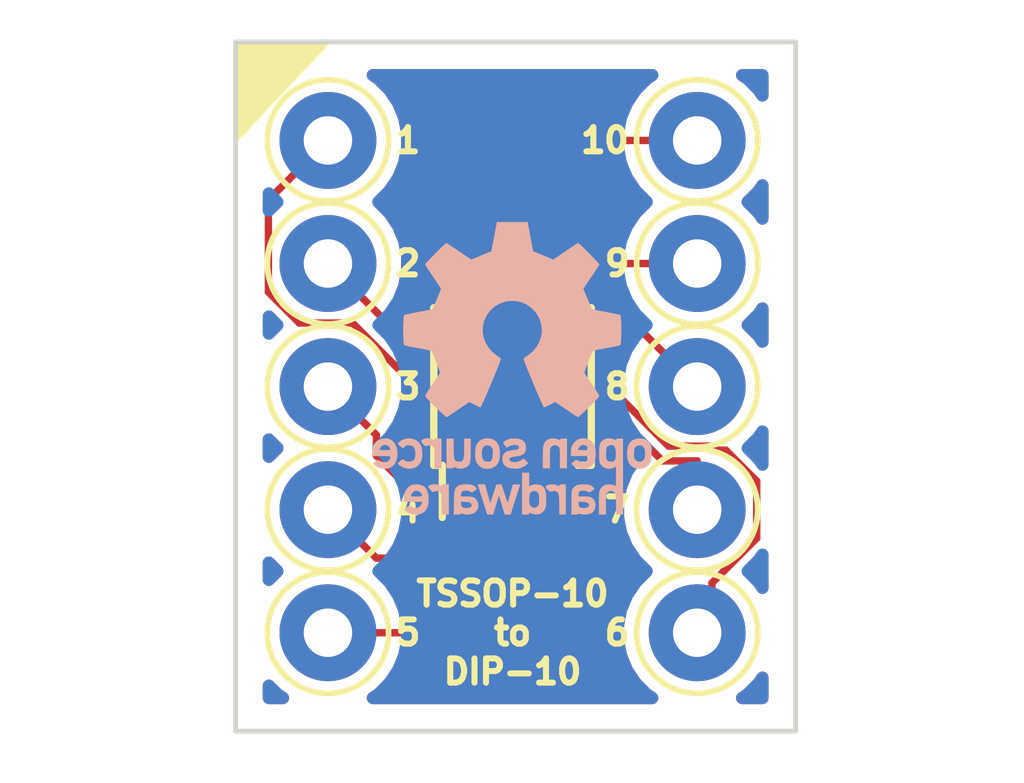
<source format=kicad_pcb>
(kicad_pcb (version 20171130) (host pcbnew "(5.1.5-0-10_14)")

  (general
    (thickness 1.6)
    (drawings 16)
    (tracks 62)
    (zones 0)
    (modules 12)
    (nets 11)
  )

  (page A4)
  (layers
    (0 F.Cu signal)
    (31 B.Cu signal)
    (32 B.Adhes user)
    (33 F.Adhes user)
    (34 B.Paste user)
    (35 F.Paste user)
    (36 B.SilkS user)
    (37 F.SilkS user)
    (38 B.Mask user)
    (39 F.Mask user)
    (40 Dwgs.User user)
    (41 Cmts.User user)
    (42 Eco1.User user)
    (43 Eco2.User user)
    (44 Edge.Cuts user)
    (45 Margin user)
    (46 B.CrtYd user)
    (47 F.CrtYd user)
    (48 B.Fab user)
    (49 F.Fab user)
  )

  (setup
    (last_trace_width 0.1524)
    (trace_clearance 0.1524)
    (zone_clearance 0.508)
    (zone_45_only no)
    (trace_min 0.1524)
    (via_size 0.6858)
    (via_drill 0.3302)
    (via_min_size 0.508)
    (via_min_drill 0.254)
    (uvia_size 0.6858)
    (uvia_drill 0.3302)
    (uvias_allowed no)
    (uvia_min_size 0.2)
    (uvia_min_drill 0.1)
    (edge_width 0.05)
    (segment_width 0.2)
    (pcb_text_width 0.3)
    (pcb_text_size 1.5 1.5)
    (mod_edge_width 0.12)
    (mod_text_size 1 1)
    (mod_text_width 0.15)
    (pad_size 1.524 1.524)
    (pad_drill 0.762)
    (pad_to_mask_clearance 0.0508)
    (solder_mask_min_width 0.101)
    (aux_axis_origin 0 0)
    (visible_elements FFFFFF7F)
    (pcbplotparams
      (layerselection 0x010fc_ffffffff)
      (usegerberextensions false)
      (usegerberattributes false)
      (usegerberadvancedattributes false)
      (creategerberjobfile false)
      (excludeedgelayer true)
      (linewidth 0.100000)
      (plotframeref false)
      (viasonmask false)
      (mode 1)
      (useauxorigin false)
      (hpglpennumber 1)
      (hpglpenspeed 20)
      (hpglpendiameter 15.000000)
      (psnegative false)
      (psa4output false)
      (plotreference true)
      (plotvalue true)
      (plotinvisibletext false)
      (padsonsilk false)
      (subtractmaskfromsilk false)
      (outputformat 1)
      (mirror false)
      (drillshape 1)
      (scaleselection 1)
      (outputdirectory ""))
  )

  (net 0 "")
  (net 1 "Net-(J1-Pad1)")
  (net 2 "Net-(J2-Pad1)")
  (net 3 "Net-(J3-Pad1)")
  (net 4 "Net-(J4-Pad1)")
  (net 5 "Net-(J10-Pad1)")
  (net 6 /DSCL_N)
  (net 7 /DSCL_P)
  (net 8 /DSDA_P)
  (net 9 /DSDA_N)
  (net 10 VSS)

  (net_class Default "This is the default net class."
    (clearance 0.1524)
    (trace_width 0.1524)
    (via_dia 0.6858)
    (via_drill 0.3302)
    (uvia_dia 0.6858)
    (uvia_drill 0.3302)
    (diff_pair_width 0.1524)
    (diff_pair_gap 0.1524)
    (add_net /DSCL_N)
    (add_net /DSCL_P)
    (add_net /DSDA_N)
    (add_net /DSDA_P)
    (add_net "Net-(J1-Pad1)")
    (add_net "Net-(J10-Pad1)")
    (add_net "Net-(J2-Pad1)")
    (add_net "Net-(J3-Pad1)")
    (add_net "Net-(J4-Pad1)")
    (add_net VSS)
  )

  (module Symbol:OSHW-Logo_5.7x6mm_SilkScreen (layer B.Cu) (tedit 0) (tstamp 5E9906F9)
    (at 140.97 106.299 180)
    (descr "Open Source Hardware Logo")
    (tags "Logo OSHW")
    (attr virtual)
    (fp_text reference REF** (at 0 0) (layer B.SilkS) hide
      (effects (font (size 1 1) (thickness 0.15)) (justify mirror))
    )
    (fp_text value OSHW-Logo_5.7x6mm_SilkScreen (at 0.75 0) (layer B.Fab) hide
      (effects (font (size 1 1) (thickness 0.15)) (justify mirror))
    )
    (fp_poly (pts (xy 0.376964 2.709982) (xy 0.433812 2.40843) (xy 0.853338 2.235488) (xy 1.104984 2.406605)
      (xy 1.175458 2.45425) (xy 1.239163 2.49679) (xy 1.293126 2.532285) (xy 1.334373 2.55879)
      (xy 1.359934 2.574364) (xy 1.366895 2.577722) (xy 1.379435 2.569086) (xy 1.406231 2.545208)
      (xy 1.44428 2.509141) (xy 1.490579 2.463933) (xy 1.542123 2.412636) (xy 1.595909 2.358299)
      (xy 1.648935 2.303972) (xy 1.698195 2.252705) (xy 1.740687 2.207549) (xy 1.773407 2.171554)
      (xy 1.793351 2.14777) (xy 1.798119 2.13981) (xy 1.791257 2.125135) (xy 1.77202 2.092986)
      (xy 1.74243 2.046508) (xy 1.70451 1.988844) (xy 1.660282 1.92314) (xy 1.634654 1.885664)
      (xy 1.587941 1.817232) (xy 1.546432 1.75548) (xy 1.51214 1.703481) (xy 1.48708 1.664308)
      (xy 1.473264 1.641035) (xy 1.471188 1.636145) (xy 1.475895 1.622245) (xy 1.488723 1.58985)
      (xy 1.507738 1.543515) (xy 1.531003 1.487794) (xy 1.556584 1.427242) (xy 1.582545 1.366414)
      (xy 1.60695 1.309864) (xy 1.627863 1.262148) (xy 1.643349 1.227819) (xy 1.651472 1.211432)
      (xy 1.651952 1.210788) (xy 1.664707 1.207659) (xy 1.698677 1.200679) (xy 1.75034 1.190533)
      (xy 1.816176 1.177908) (xy 1.892664 1.163491) (xy 1.93729 1.155177) (xy 2.019021 1.139616)
      (xy 2.092843 1.124808) (xy 2.155021 1.111564) (xy 2.201822 1.100695) (xy 2.229509 1.093011)
      (xy 2.235074 1.090573) (xy 2.240526 1.07407) (xy 2.244924 1.0368) (xy 2.248272 0.98312)
      (xy 2.250574 0.917388) (xy 2.251832 0.843963) (xy 2.252048 0.767204) (xy 2.251227 0.691468)
      (xy 2.249371 0.621114) (xy 2.246482 0.5605) (xy 2.242565 0.513984) (xy 2.237622 0.485925)
      (xy 2.234657 0.480084) (xy 2.216934 0.473083) (xy 2.179381 0.463073) (xy 2.126964 0.451231)
      (xy 2.064652 0.438733) (xy 2.0429 0.43469) (xy 1.938024 0.41548) (xy 1.85518 0.400009)
      (xy 1.79163 0.387663) (xy 1.744637 0.377827) (xy 1.711463 0.369886) (xy 1.689371 0.363224)
      (xy 1.675624 0.357227) (xy 1.667484 0.351281) (xy 1.666345 0.350106) (xy 1.654977 0.331174)
      (xy 1.637635 0.294331) (xy 1.61605 0.244087) (xy 1.591954 0.184954) (xy 1.567079 0.121444)
      (xy 1.543157 0.058068) (xy 1.521919 -0.000662) (xy 1.505097 -0.050235) (xy 1.494422 -0.086139)
      (xy 1.491627 -0.103862) (xy 1.49186 -0.104483) (xy 1.501331 -0.11897) (xy 1.522818 -0.150844)
      (xy 1.554063 -0.196789) (xy 1.592807 -0.253485) (xy 1.636793 -0.317617) (xy 1.649319 -0.335842)
      (xy 1.693984 -0.401914) (xy 1.733288 -0.4622) (xy 1.765088 -0.513235) (xy 1.787245 -0.55156)
      (xy 1.797617 -0.573711) (xy 1.798119 -0.576432) (xy 1.789405 -0.590736) (xy 1.765325 -0.619072)
      (xy 1.728976 -0.658396) (xy 1.683453 -0.705661) (xy 1.631852 -0.757823) (xy 1.577267 -0.811835)
      (xy 1.522794 -0.864653) (xy 1.471529 -0.913231) (xy 1.426567 -0.954523) (xy 1.391004 -0.985485)
      (xy 1.367935 -1.00307) (xy 1.361554 -1.005941) (xy 1.346699 -0.999178) (xy 1.316286 -0.980939)
      (xy 1.275268 -0.954297) (xy 1.243709 -0.932852) (xy 1.186525 -0.893503) (xy 1.118806 -0.847171)
      (xy 1.05088 -0.800913) (xy 1.014361 -0.776155) (xy 0.890752 -0.692547) (xy 0.786991 -0.74865)
      (xy 0.73972 -0.773228) (xy 0.699523 -0.792331) (xy 0.672326 -0.803227) (xy 0.665402 -0.804743)
      (xy 0.657077 -0.793549) (xy 0.640654 -0.761917) (xy 0.617357 -0.712765) (xy 0.588414 -0.64901)
      (xy 0.55505 -0.573571) (xy 0.518491 -0.489364) (xy 0.479964 -0.399308) (xy 0.440694 -0.306321)
      (xy 0.401908 -0.21332) (xy 0.36483 -0.123223) (xy 0.330689 -0.038948) (xy 0.300708 0.036587)
      (xy 0.276116 0.100466) (xy 0.258136 0.149769) (xy 0.247997 0.181579) (xy 0.246366 0.192504)
      (xy 0.259291 0.206439) (xy 0.287589 0.22906) (xy 0.325346 0.255667) (xy 0.328515 0.257772)
      (xy 0.4261 0.335886) (xy 0.504786 0.427018) (xy 0.563891 0.528255) (xy 0.602732 0.636682)
      (xy 0.620628 0.749386) (xy 0.616897 0.863452) (xy 0.590857 0.975966) (xy 0.541825 1.084015)
      (xy 0.5274 1.107655) (xy 0.452369 1.203113) (xy 0.36373 1.279768) (xy 0.264549 1.33722)
      (xy 0.157895 1.375071) (xy 0.046836 1.392922) (xy -0.065561 1.390375) (xy -0.176227 1.36703)
      (xy -0.282094 1.32249) (xy -0.380095 1.256355) (xy -0.41041 1.229513) (xy -0.487562 1.145488)
      (xy -0.543782 1.057034) (xy -0.582347 0.957885) (xy -0.603826 0.859697) (xy -0.609128 0.749303)
      (xy -0.591448 0.63836) (xy -0.552581 0.530619) (xy -0.494323 0.429831) (xy -0.418469 0.339744)
      (xy -0.326817 0.264108) (xy -0.314772 0.256136) (xy -0.276611 0.230026) (xy -0.247601 0.207405)
      (xy -0.233732 0.192961) (xy -0.233531 0.192504) (xy -0.236508 0.176879) (xy -0.248311 0.141418)
      (xy -0.267714 0.089038) (xy -0.293488 0.022655) (xy -0.324409 -0.054814) (xy -0.359249 -0.14045)
      (xy -0.396783 -0.231337) (xy -0.435783 -0.324559) (xy -0.475023 -0.417197) (xy -0.513276 -0.506335)
      (xy -0.549317 -0.589055) (xy -0.581917 -0.662441) (xy -0.609852 -0.723575) (xy -0.631895 -0.769541)
      (xy -0.646818 -0.797421) (xy -0.652828 -0.804743) (xy -0.671191 -0.799041) (xy -0.705552 -0.783749)
      (xy -0.749984 -0.761599) (xy -0.774417 -0.74865) (xy -0.878178 -0.692547) (xy -1.001787 -0.776155)
      (xy -1.064886 -0.818987) (xy -1.13397 -0.866122) (xy -1.198707 -0.910503) (xy -1.231134 -0.932852)
      (xy -1.276741 -0.963477) (xy -1.31536 -0.987747) (xy -1.341952 -1.002587) (xy -1.35059 -1.005724)
      (xy -1.363161 -0.997261) (xy -1.390984 -0.973636) (xy -1.431361 -0.937302) (xy -1.481595 -0.890711)
      (xy -1.538988 -0.836317) (xy -1.575286 -0.801392) (xy -1.63879 -0.738996) (xy -1.693673 -0.683188)
      (xy -1.737714 -0.636354) (xy -1.768695 -0.600882) (xy -1.784398 -0.579161) (xy -1.785905 -0.574752)
      (xy -1.778914 -0.557985) (xy -1.759594 -0.524082) (xy -1.730091 -0.476476) (xy -1.692545 -0.418599)
      (xy -1.6491 -0.353884) (xy -1.636745 -0.335842) (xy -1.591727 -0.270267) (xy -1.55134 -0.211228)
      (xy -1.51784 -0.162042) (xy -1.493486 -0.126028) (xy -1.480536 -0.106502) (xy -1.479285 -0.104483)
      (xy -1.481156 -0.088922) (xy -1.491087 -0.054709) (xy -1.507347 -0.006355) (xy -1.528205 0.051629)
      (xy -1.551927 0.11473) (xy -1.576784 0.178437) (xy -1.601042 0.238239) (xy -1.622971 0.289624)
      (xy -1.640838 0.328081) (xy -1.652913 0.349098) (xy -1.653771 0.350106) (xy -1.661154 0.356112)
      (xy -1.673625 0.362052) (xy -1.69392 0.36854) (xy -1.724778 0.376191) (xy -1.768934 0.38562)
      (xy -1.829126 0.397441) (xy -1.908093 0.412271) (xy -2.00857 0.430723) (xy -2.030325 0.43469)
      (xy -2.094802 0.447147) (xy -2.151011 0.459334) (xy -2.193987 0.470074) (xy -2.21876 0.478191)
      (xy -2.222082 0.480084) (xy -2.227556 0.496862) (xy -2.232006 0.534355) (xy -2.235428 0.588206)
      (xy -2.237819 0.654056) (xy -2.239177 0.727547) (xy -2.239499 0.80432) (xy -2.238781 0.880017)
      (xy -2.237021 0.95028) (xy -2.234216 1.01075) (xy -2.230362 1.05707) (xy -2.225457 1.084881)
      (xy -2.2225 1.090573) (xy -2.206037 1.096314) (xy -2.168551 1.105655) (xy -2.113775 1.117785)
      (xy -2.045445 1.131893) (xy -1.967294 1.14717) (xy -1.924716 1.155177) (xy -1.843929 1.170279)
      (xy -1.771887 1.18396) (xy -1.712111 1.195533) (xy -1.668121 1.204313) (xy -1.643439 1.209613)
      (xy -1.639377 1.210788) (xy -1.632511 1.224035) (xy -1.617998 1.255943) (xy -1.597771 1.301953)
      (xy -1.573766 1.357508) (xy -1.547918 1.418047) (xy -1.52216 1.479014) (xy -1.498427 1.535849)
      (xy -1.478654 1.583994) (xy -1.464776 1.61889) (xy -1.458726 1.635979) (xy -1.458614 1.636726)
      (xy -1.465472 1.650207) (xy -1.484698 1.68123) (xy -1.514272 1.726711) (xy -1.552173 1.783568)
      (xy -1.59638 1.848717) (xy -1.622079 1.886138) (xy -1.668907 1.954753) (xy -1.710499 2.017048)
      (xy -1.744825 2.069871) (xy -1.769857 2.110073) (xy -1.783565 2.1345) (xy -1.785544 2.139976)
      (xy -1.777034 2.152722) (xy -1.753507 2.179937) (xy -1.717968 2.218572) (xy -1.673423 2.265577)
      (xy -1.622877 2.317905) (xy -1.569336 2.372505) (xy -1.515805 2.42633) (xy -1.465289 2.47633)
      (xy -1.420794 2.519457) (xy -1.385325 2.552661) (xy -1.361887 2.572894) (xy -1.354046 2.577722)
      (xy -1.34128 2.570933) (xy -1.310744 2.551858) (xy -1.26541 2.522439) (xy -1.208244 2.484619)
      (xy -1.142216 2.440339) (xy -1.09241 2.406605) (xy -0.840764 2.235488) (xy -0.631001 2.321959)
      (xy -0.421237 2.40843) (xy -0.364389 2.709982) (xy -0.30754 3.011534) (xy 0.320115 3.011534)
      (xy 0.376964 2.709982)) (layer B.SilkS) (width 0.01))
    (fp_poly (pts (xy 1.79946 -1.45803) (xy 1.842711 -1.471245) (xy 1.870558 -1.487941) (xy 1.879629 -1.501145)
      (xy 1.877132 -1.516797) (xy 1.860931 -1.541385) (xy 1.847232 -1.5588) (xy 1.818992 -1.590283)
      (xy 1.797775 -1.603529) (xy 1.779688 -1.602664) (xy 1.726035 -1.58901) (xy 1.68663 -1.58963)
      (xy 1.654632 -1.605104) (xy 1.64389 -1.614161) (xy 1.609505 -1.646027) (xy 1.609505 -2.062179)
      (xy 1.471188 -2.062179) (xy 1.471188 -1.458614) (xy 1.540347 -1.458614) (xy 1.581869 -1.460256)
      (xy 1.603291 -1.466087) (xy 1.609502 -1.477461) (xy 1.609505 -1.477798) (xy 1.612439 -1.489713)
      (xy 1.625704 -1.488159) (xy 1.644084 -1.479563) (xy 1.682046 -1.463568) (xy 1.712872 -1.453945)
      (xy 1.752536 -1.451478) (xy 1.79946 -1.45803)) (layer B.SilkS) (width 0.01))
    (fp_poly (pts (xy -0.754012 -1.469002) (xy -0.722717 -1.48395) (xy -0.692409 -1.505541) (xy -0.669318 -1.530391)
      (xy -0.6525 -1.562087) (xy -0.641006 -1.604214) (xy -0.633891 -1.660358) (xy -0.630207 -1.734106)
      (xy -0.629008 -1.829044) (xy -0.628989 -1.838985) (xy -0.628713 -2.062179) (xy -0.76703 -2.062179)
      (xy -0.76703 -1.856418) (xy -0.767128 -1.780189) (xy -0.767809 -1.724939) (xy -0.769651 -1.686501)
      (xy -0.773233 -1.660706) (xy -0.779132 -1.643384) (xy -0.787927 -1.630368) (xy -0.80018 -1.617507)
      (xy -0.843047 -1.589873) (xy -0.889843 -1.584745) (xy -0.934424 -1.602217) (xy -0.949928 -1.615221)
      (xy -0.96131 -1.627447) (xy -0.969481 -1.64054) (xy -0.974974 -1.658615) (xy -0.97832 -1.685787)
      (xy -0.980051 -1.72617) (xy -0.980697 -1.783879) (xy -0.980792 -1.854132) (xy -0.980792 -2.062179)
      (xy -1.119109 -2.062179) (xy -1.119109 -1.458614) (xy -1.04995 -1.458614) (xy -1.008428 -1.460256)
      (xy -0.987006 -1.466087) (xy -0.980795 -1.477461) (xy -0.980792 -1.477798) (xy -0.97791 -1.488938)
      (xy -0.965199 -1.487674) (xy -0.939926 -1.475434) (xy -0.882605 -1.457424) (xy -0.817037 -1.455421)
      (xy -0.754012 -1.469002)) (layer B.SilkS) (width 0.01))
    (fp_poly (pts (xy 2.677898 -1.456457) (xy 2.710096 -1.464279) (xy 2.771825 -1.492921) (xy 2.82461 -1.536667)
      (xy 2.861141 -1.589117) (xy 2.86616 -1.600893) (xy 2.873045 -1.63174) (xy 2.877864 -1.677371)
      (xy 2.879505 -1.723492) (xy 2.879505 -1.810693) (xy 2.697178 -1.810693) (xy 2.621979 -1.810978)
      (xy 2.569003 -1.812704) (xy 2.535325 -1.817181) (xy 2.51802 -1.82572) (xy 2.514163 -1.83963)
      (xy 2.520829 -1.860222) (xy 2.53277 -1.884315) (xy 2.56608 -1.924525) (xy 2.612368 -1.944558)
      (xy 2.668944 -1.943905) (xy 2.733031 -1.922101) (xy 2.788417 -1.895193) (xy 2.834375 -1.931532)
      (xy 2.880333 -1.967872) (xy 2.837096 -2.007819) (xy 2.779374 -2.045563) (xy 2.708386 -2.06832)
      (xy 2.632029 -2.074688) (xy 2.558199 -2.063268) (xy 2.546287 -2.059393) (xy 2.481399 -2.025506)
      (xy 2.43313 -1.974986) (xy 2.400465 -1.906325) (xy 2.382385 -1.818014) (xy 2.382175 -1.816121)
      (xy 2.380556 -1.719878) (xy 2.3871 -1.685542) (xy 2.514852 -1.685542) (xy 2.526584 -1.690822)
      (xy 2.558438 -1.694867) (xy 2.605397 -1.697176) (xy 2.635154 -1.697525) (xy 2.690648 -1.697306)
      (xy 2.725346 -1.695916) (xy 2.743601 -1.692251) (xy 2.749766 -1.68521) (xy 2.748195 -1.67369)
      (xy 2.746878 -1.669233) (xy 2.724382 -1.627355) (xy 2.689003 -1.593604) (xy 2.65778 -1.578773)
      (xy 2.616301 -1.579668) (xy 2.574269 -1.598164) (xy 2.539012 -1.628786) (xy 2.517854 -1.666062)
      (xy 2.514852 -1.685542) (xy 2.3871 -1.685542) (xy 2.39669 -1.635229) (xy 2.428698 -1.564191)
      (xy 2.474701 -1.508779) (xy 2.532821 -1.471009) (xy 2.60118 -1.452896) (xy 2.677898 -1.456457)) (layer B.SilkS) (width 0.01))
    (fp_poly (pts (xy 2.217226 -1.46388) (xy 2.29008 -1.49483) (xy 2.313027 -1.509895) (xy 2.342354 -1.533048)
      (xy 2.360764 -1.551253) (xy 2.363961 -1.557183) (xy 2.354935 -1.57034) (xy 2.331837 -1.592667)
      (xy 2.313344 -1.60825) (xy 2.262728 -1.648926) (xy 2.22276 -1.615295) (xy 2.191874 -1.593584)
      (xy 2.161759 -1.58609) (xy 2.127292 -1.58792) (xy 2.072561 -1.601528) (xy 2.034886 -1.629772)
      (xy 2.011991 -1.675433) (xy 2.001597 -1.741289) (xy 2.001595 -1.741331) (xy 2.002494 -1.814939)
      (xy 2.016463 -1.868946) (xy 2.044328 -1.905716) (xy 2.063325 -1.918168) (xy 2.113776 -1.933673)
      (xy 2.167663 -1.933683) (xy 2.214546 -1.918638) (xy 2.225644 -1.911287) (xy 2.253476 -1.892511)
      (xy 2.275236 -1.889434) (xy 2.298704 -1.903409) (xy 2.324649 -1.92851) (xy 2.365716 -1.97088)
      (xy 2.320121 -2.008464) (xy 2.249674 -2.050882) (xy 2.170233 -2.071785) (xy 2.087215 -2.070272)
      (xy 2.032694 -2.056411) (xy 1.96897 -2.022135) (xy 1.918005 -1.968212) (xy 1.894851 -1.930149)
      (xy 1.876099 -1.875536) (xy 1.866715 -1.806369) (xy 1.866643 -1.731407) (xy 1.875824 -1.659409)
      (xy 1.894199 -1.599137) (xy 1.897093 -1.592958) (xy 1.939952 -1.532351) (xy 1.997979 -1.488224)
      (xy 2.066591 -1.461493) (xy 2.141201 -1.453073) (xy 2.217226 -1.46388)) (layer B.SilkS) (width 0.01))
    (fp_poly (pts (xy 0.993367 -1.654342) (xy 0.994555 -1.746563) (xy 0.998897 -1.81661) (xy 1.007558 -1.867381)
      (xy 1.021704 -1.901772) (xy 1.0425 -1.922679) (xy 1.07111 -1.933) (xy 1.106535 -1.935636)
      (xy 1.143636 -1.932682) (xy 1.171818 -1.921889) (xy 1.192243 -1.90036) (xy 1.206079 -1.865199)
      (xy 1.214491 -1.81351) (xy 1.218643 -1.742394) (xy 1.219703 -1.654342) (xy 1.219703 -1.458614)
      (xy 1.35802 -1.458614) (xy 1.35802 -2.062179) (xy 1.288862 -2.062179) (xy 1.24717 -2.060489)
      (xy 1.225701 -2.054556) (xy 1.219703 -2.043293) (xy 1.216091 -2.033261) (xy 1.201714 -2.035383)
      (xy 1.172736 -2.04958) (xy 1.106319 -2.07148) (xy 1.035875 -2.069928) (xy 0.968377 -2.046147)
      (xy 0.936233 -2.027362) (xy 0.911715 -2.007022) (xy 0.893804 -1.981573) (xy 0.881479 -1.947458)
      (xy 0.873723 -1.901121) (xy 0.869516 -1.839007) (xy 0.86784 -1.757561) (xy 0.867624 -1.694578)
      (xy 0.867624 -1.458614) (xy 0.993367 -1.458614) (xy 0.993367 -1.654342)) (layer B.SilkS) (width 0.01))
    (fp_poly (pts (xy 0.610762 -1.466055) (xy 0.674363 -1.500692) (xy 0.724123 -1.555372) (xy 0.747568 -1.599842)
      (xy 0.757634 -1.639121) (xy 0.764156 -1.695116) (xy 0.766951 -1.759621) (xy 0.765836 -1.824429)
      (xy 0.760626 -1.881334) (xy 0.754541 -1.911727) (xy 0.734014 -1.953306) (xy 0.698463 -1.997468)
      (xy 0.655619 -2.036087) (xy 0.613211 -2.061034) (xy 0.612177 -2.06143) (xy 0.559553 -2.072331)
      (xy 0.497188 -2.072601) (xy 0.437924 -2.062676) (xy 0.41504 -2.054722) (xy 0.356102 -2.0213)
      (xy 0.31389 -1.977511) (xy 0.286156 -1.919538) (xy 0.270651 -1.843565) (xy 0.267143 -1.803771)
      (xy 0.26759 -1.753766) (xy 0.402376 -1.753766) (xy 0.406917 -1.826732) (xy 0.419986 -1.882334)
      (xy 0.440756 -1.917861) (xy 0.455552 -1.92802) (xy 0.493464 -1.935104) (xy 0.538527 -1.933007)
      (xy 0.577487 -1.922812) (xy 0.587704 -1.917204) (xy 0.614659 -1.884538) (xy 0.632451 -1.834545)
      (xy 0.640024 -1.773705) (xy 0.636325 -1.708497) (xy 0.628057 -1.669253) (xy 0.60432 -1.623805)
      (xy 0.566849 -1.595396) (xy 0.52172 -1.585573) (xy 0.475011 -1.595887) (xy 0.439132 -1.621112)
      (xy 0.420277 -1.641925) (xy 0.409272 -1.662439) (xy 0.404026 -1.690203) (xy 0.402449 -1.732762)
      (xy 0.402376 -1.753766) (xy 0.26759 -1.753766) (xy 0.268094 -1.69758) (xy 0.285388 -1.610501)
      (xy 0.319029 -1.54253) (xy 0.369018 -1.493664) (xy 0.435356 -1.463899) (xy 0.449601 -1.460448)
      (xy 0.53521 -1.452345) (xy 0.610762 -1.466055)) (layer B.SilkS) (width 0.01))
    (fp_poly (pts (xy 0.014017 -1.456452) (xy 0.061634 -1.465482) (xy 0.111034 -1.48437) (xy 0.116312 -1.486777)
      (xy 0.153774 -1.506476) (xy 0.179717 -1.524781) (xy 0.188103 -1.536508) (xy 0.180117 -1.555632)
      (xy 0.16072 -1.58385) (xy 0.15211 -1.594384) (xy 0.116628 -1.635847) (xy 0.070885 -1.608858)
      (xy 0.02735 -1.590878) (xy -0.02295 -1.581267) (xy -0.071188 -1.58066) (xy -0.108533 -1.589691)
      (xy -0.117495 -1.595327) (xy -0.134563 -1.621171) (xy -0.136637 -1.650941) (xy -0.123866 -1.674197)
      (xy -0.116312 -1.678708) (xy -0.093675 -1.684309) (xy -0.053885 -1.690892) (xy -0.004834 -1.697183)
      (xy 0.004215 -1.69817) (xy 0.082996 -1.711798) (xy 0.140136 -1.734946) (xy 0.17803 -1.769752)
      (xy 0.199079 -1.818354) (xy 0.205635 -1.877718) (xy 0.196577 -1.945198) (xy 0.167164 -1.998188)
      (xy 0.117278 -2.036783) (xy 0.0468 -2.061081) (xy -0.031435 -2.070667) (xy -0.095234 -2.070552)
      (xy -0.146984 -2.061845) (xy -0.182327 -2.049825) (xy -0.226983 -2.02888) (xy -0.268253 -2.004574)
      (xy -0.282921 -1.993876) (xy -0.320643 -1.963084) (xy -0.275148 -1.917049) (xy -0.229653 -1.871013)
      (xy -0.177928 -1.905243) (xy -0.126048 -1.930952) (xy -0.070649 -1.944399) (xy -0.017395 -1.945818)
      (xy 0.028049 -1.935443) (xy 0.060016 -1.913507) (xy 0.070338 -1.894998) (xy 0.068789 -1.865314)
      (xy 0.04314 -1.842615) (xy -0.00654 -1.82694) (xy -0.060969 -1.819695) (xy -0.144736 -1.805873)
      (xy -0.206967 -1.779796) (xy -0.248493 -1.740699) (xy -0.270147 -1.68782) (xy -0.273147 -1.625126)
      (xy -0.258329 -1.559642) (xy -0.224546 -1.510144) (xy -0.171495 -1.476408) (xy -0.098874 -1.458207)
      (xy -0.045072 -1.454639) (xy 0.014017 -1.456452)) (layer B.SilkS) (width 0.01))
    (fp_poly (pts (xy -1.356699 -1.472614) (xy -1.344168 -1.478514) (xy -1.300799 -1.510283) (xy -1.25979 -1.556646)
      (xy -1.229168 -1.607696) (xy -1.220459 -1.631166) (xy -1.212512 -1.673091) (xy -1.207774 -1.723757)
      (xy -1.207199 -1.744679) (xy -1.207129 -1.810693) (xy -1.587083 -1.810693) (xy -1.578983 -1.845273)
      (xy -1.559104 -1.88617) (xy -1.524347 -1.921514) (xy -1.482998 -1.944282) (xy -1.456649 -1.94901)
      (xy -1.420916 -1.943273) (xy -1.378282 -1.928882) (xy -1.363799 -1.922262) (xy -1.31024 -1.895513)
      (xy -1.264533 -1.930376) (xy -1.238158 -1.953955) (xy -1.224124 -1.973417) (xy -1.223414 -1.979129)
      (xy -1.235951 -1.992973) (xy -1.263428 -2.014012) (xy -1.288366 -2.030425) (xy -1.355664 -2.05993)
      (xy -1.43111 -2.073284) (xy -1.505888 -2.069812) (xy -1.565495 -2.051663) (xy -1.626941 -2.012784)
      (xy -1.670608 -1.961595) (xy -1.697926 -1.895367) (xy -1.710322 -1.811371) (xy -1.711421 -1.772936)
      (xy -1.707022 -1.684861) (xy -1.706482 -1.682299) (xy -1.580582 -1.682299) (xy -1.577115 -1.690558)
      (xy -1.562863 -1.695113) (xy -1.53347 -1.697065) (xy -1.484575 -1.697517) (xy -1.465748 -1.697525)
      (xy -1.408467 -1.696843) (xy -1.372141 -1.694364) (xy -1.352604 -1.689443) (xy -1.34569 -1.681434)
      (xy -1.345445 -1.678862) (xy -1.353336 -1.658423) (xy -1.373085 -1.629789) (xy -1.381575 -1.619763)
      (xy -1.413094 -1.591408) (xy -1.445949 -1.580259) (xy -1.463651 -1.579327) (xy -1.511539 -1.590981)
      (xy -1.551699 -1.622285) (xy -1.577173 -1.667752) (xy -1.577625 -1.669233) (xy -1.580582 -1.682299)
      (xy -1.706482 -1.682299) (xy -1.692392 -1.61551) (xy -1.666038 -1.560025) (xy -1.633807 -1.520639)
      (xy -1.574217 -1.477931) (xy -1.504168 -1.455109) (xy -1.429661 -1.453046) (xy -1.356699 -1.472614)) (layer B.SilkS) (width 0.01))
    (fp_poly (pts (xy -2.538261 -1.465148) (xy -2.472479 -1.494231) (xy -2.42254 -1.542793) (xy -2.388374 -1.610908)
      (xy -2.369907 -1.698651) (xy -2.368583 -1.712351) (xy -2.367546 -1.808939) (xy -2.380993 -1.893602)
      (xy -2.408108 -1.962221) (xy -2.422627 -1.984294) (xy -2.473201 -2.031011) (xy -2.537609 -2.061268)
      (xy -2.609666 -2.073824) (xy -2.683185 -2.067439) (xy -2.739072 -2.047772) (xy -2.787132 -2.014629)
      (xy -2.826412 -1.971175) (xy -2.827092 -1.970158) (xy -2.843044 -1.943338) (xy -2.85341 -1.916368)
      (xy -2.859688 -1.882332) (xy -2.863373 -1.83431) (xy -2.864997 -1.794931) (xy -2.865672 -1.759219)
      (xy -2.739955 -1.759219) (xy -2.738726 -1.79477) (xy -2.734266 -1.842094) (xy -2.726397 -1.872465)
      (xy -2.712207 -1.894072) (xy -2.698917 -1.906694) (xy -2.651802 -1.933122) (xy -2.602505 -1.936653)
      (xy -2.556593 -1.917639) (xy -2.533638 -1.896331) (xy -2.517096 -1.874859) (xy -2.507421 -1.854313)
      (xy -2.503174 -1.827574) (xy -2.50292 -1.787523) (xy -2.504228 -1.750638) (xy -2.507043 -1.697947)
      (xy -2.511505 -1.663772) (xy -2.519548 -1.64148) (xy -2.533103 -1.624442) (xy -2.543845 -1.614703)
      (xy -2.588777 -1.589123) (xy -2.637249 -1.587847) (xy -2.677894 -1.602999) (xy -2.712567 -1.634642)
      (xy -2.733224 -1.68662) (xy -2.739955 -1.759219) (xy -2.865672 -1.759219) (xy -2.866479 -1.716621)
      (xy -2.863948 -1.658056) (xy -2.856362 -1.614007) (xy -2.842681 -1.579248) (xy -2.821865 -1.548551)
      (xy -2.814147 -1.539436) (xy -2.765889 -1.494021) (xy -2.714128 -1.467493) (xy -2.650828 -1.456379)
      (xy -2.619961 -1.455471) (xy -2.538261 -1.465148)) (layer B.SilkS) (width 0.01))
    (fp_poly (pts (xy 2.032581 -2.40497) (xy 2.092685 -2.420597) (xy 2.143021 -2.452848) (xy 2.167393 -2.47694)
      (xy 2.207345 -2.533895) (xy 2.230242 -2.599965) (xy 2.238108 -2.681182) (xy 2.238148 -2.687748)
      (xy 2.238218 -2.753763) (xy 1.858264 -2.753763) (xy 1.866363 -2.788342) (xy 1.880987 -2.819659)
      (xy 1.906581 -2.852291) (xy 1.911935 -2.8575) (xy 1.957943 -2.885694) (xy 2.01041 -2.890475)
      (xy 2.070803 -2.871926) (xy 2.08104 -2.866931) (xy 2.112439 -2.851745) (xy 2.13347 -2.843094)
      (xy 2.137139 -2.842293) (xy 2.149948 -2.850063) (xy 2.174378 -2.869072) (xy 2.186779 -2.87946)
      (xy 2.212476 -2.903321) (xy 2.220915 -2.919077) (xy 2.215058 -2.933571) (xy 2.211928 -2.937534)
      (xy 2.190725 -2.954879) (xy 2.155738 -2.975959) (xy 2.131337 -2.988265) (xy 2.062072 -3.009946)
      (xy 1.985388 -3.016971) (xy 1.912765 -3.008647) (xy 1.892426 -3.002686) (xy 1.829476 -2.968952)
      (xy 1.782815 -2.917045) (xy 1.752173 -2.846459) (xy 1.737282 -2.756692) (xy 1.735647 -2.709753)
      (xy 1.740421 -2.641413) (xy 1.86099 -2.641413) (xy 1.872652 -2.646465) (xy 1.903998 -2.650429)
      (xy 1.949571 -2.652768) (xy 1.980446 -2.653169) (xy 2.035981 -2.652783) (xy 2.071033 -2.650975)
      (xy 2.090262 -2.646773) (xy 2.09833 -2.639203) (xy 2.099901 -2.628218) (xy 2.089121 -2.594381)
      (xy 2.06198 -2.56094) (xy 2.026277 -2.535272) (xy 1.99056 -2.524772) (xy 1.942048 -2.534086)
      (xy 1.900053 -2.561013) (xy 1.870936 -2.599827) (xy 1.86099 -2.641413) (xy 1.740421 -2.641413)
      (xy 1.742599 -2.610236) (xy 1.764055 -2.530949) (xy 1.80047 -2.471263) (xy 1.852297 -2.430549)
      (xy 1.91999 -2.408179) (xy 1.956662 -2.403871) (xy 2.032581 -2.40497)) (layer B.SilkS) (width 0.01))
    (fp_poly (pts (xy 1.635255 -2.401486) (xy 1.683595 -2.411015) (xy 1.711114 -2.425125) (xy 1.740064 -2.448568)
      (xy 1.698876 -2.500571) (xy 1.673482 -2.532064) (xy 1.656238 -2.547428) (xy 1.639102 -2.549776)
      (xy 1.614027 -2.542217) (xy 1.602257 -2.537941) (xy 1.55427 -2.531631) (xy 1.510324 -2.545156)
      (xy 1.47806 -2.57571) (xy 1.472819 -2.585452) (xy 1.467112 -2.611258) (xy 1.462706 -2.658817)
      (xy 1.459811 -2.724758) (xy 1.458631 -2.80571) (xy 1.458614 -2.817226) (xy 1.458614 -3.017822)
      (xy 1.320297 -3.017822) (xy 1.320297 -2.401683) (xy 1.389456 -2.401683) (xy 1.429333 -2.402725)
      (xy 1.450107 -2.407358) (xy 1.457789 -2.417849) (xy 1.458614 -2.427745) (xy 1.458614 -2.453806)
      (xy 1.491745 -2.427745) (xy 1.529735 -2.409965) (xy 1.58077 -2.401174) (xy 1.635255 -2.401486)) (layer B.SilkS) (width 0.01))
    (fp_poly (pts (xy 1.038411 -2.405417) (xy 1.091411 -2.41829) (xy 1.106731 -2.42511) (xy 1.136428 -2.442974)
      (xy 1.15922 -2.463093) (xy 1.176083 -2.488962) (xy 1.187998 -2.524073) (xy 1.195942 -2.57192)
      (xy 1.200894 -2.635996) (xy 1.203831 -2.719794) (xy 1.204947 -2.775768) (xy 1.209052 -3.017822)
      (xy 1.138932 -3.017822) (xy 1.096393 -3.016038) (xy 1.074476 -3.009942) (xy 1.068812 -2.999706)
      (xy 1.065821 -2.988637) (xy 1.052451 -2.990754) (xy 1.034233 -2.999629) (xy 0.988624 -3.013233)
      (xy 0.930007 -3.016899) (xy 0.868354 -3.010903) (xy 0.813638 -2.995521) (xy 0.80873 -2.993386)
      (xy 0.758723 -2.958255) (xy 0.725756 -2.909419) (xy 0.710587 -2.852333) (xy 0.711746 -2.831824)
      (xy 0.835508 -2.831824) (xy 0.846413 -2.859425) (xy 0.878745 -2.879204) (xy 0.93091 -2.889819)
      (xy 0.958787 -2.891228) (xy 1.005247 -2.88762) (xy 1.036129 -2.873597) (xy 1.043664 -2.866931)
      (xy 1.064076 -2.830666) (xy 1.068812 -2.797773) (xy 1.068812 -2.753763) (xy 1.007513 -2.753763)
      (xy 0.936256 -2.757395) (xy 0.886276 -2.768818) (xy 0.854696 -2.788824) (xy 0.847626 -2.797743)
      (xy 0.835508 -2.831824) (xy 0.711746 -2.831824) (xy 0.713971 -2.792456) (xy 0.736663 -2.735244)
      (xy 0.767624 -2.69658) (xy 0.786376 -2.679864) (xy 0.804733 -2.668878) (xy 0.828619 -2.66218)
      (xy 0.863957 -2.658326) (xy 0.916669 -2.655873) (xy 0.937577 -2.655168) (xy 1.068812 -2.650879)
      (xy 1.06862 -2.611158) (xy 1.063537 -2.569405) (xy 1.045162 -2.544158) (xy 1.008039 -2.52803)
      (xy 1.007043 -2.527742) (xy 0.95441 -2.5214) (xy 0.902906 -2.529684) (xy 0.86463 -2.549827)
      (xy 0.849272 -2.559773) (xy 0.83273 -2.558397) (xy 0.807275 -2.543987) (xy 0.792328 -2.533817)
      (xy 0.763091 -2.512088) (xy 0.74498 -2.4958) (xy 0.742074 -2.491137) (xy 0.75404 -2.467005)
      (xy 0.789396 -2.438185) (xy 0.804753 -2.428461) (xy 0.848901 -2.411714) (xy 0.908398 -2.402227)
      (xy 0.974487 -2.400095) (xy 1.038411 -2.405417)) (layer B.SilkS) (width 0.01))
    (fp_poly (pts (xy 0.281524 -2.404237) (xy 0.331255 -2.407971) (xy 0.461291 -2.797773) (xy 0.481678 -2.728614)
      (xy 0.493946 -2.685874) (xy 0.510085 -2.628115) (xy 0.527512 -2.564625) (xy 0.536726 -2.53057)
      (xy 0.571388 -2.401683) (xy 0.714391 -2.401683) (xy 0.671646 -2.536857) (xy 0.650596 -2.603342)
      (xy 0.625167 -2.683539) (xy 0.59861 -2.767193) (xy 0.574902 -2.841782) (xy 0.520902 -3.011535)
      (xy 0.462598 -3.015328) (xy 0.404295 -3.019122) (xy 0.372679 -2.914734) (xy 0.353182 -2.849889)
      (xy 0.331904 -2.7784) (xy 0.313308 -2.715263) (xy 0.312574 -2.71275) (xy 0.298684 -2.669969)
      (xy 0.286429 -2.640779) (xy 0.277846 -2.629741) (xy 0.276082 -2.631018) (xy 0.269891 -2.64813)
      (xy 0.258128 -2.684787) (xy 0.242225 -2.736378) (xy 0.223614 -2.798294) (xy 0.213543 -2.832352)
      (xy 0.159007 -3.017822) (xy 0.043264 -3.017822) (xy -0.049263 -2.725471) (xy -0.075256 -2.643462)
      (xy -0.098934 -2.568987) (xy -0.11918 -2.505544) (xy -0.134874 -2.456632) (xy -0.144898 -2.425749)
      (xy -0.147945 -2.416726) (xy -0.145533 -2.407487) (xy -0.126592 -2.403441) (xy -0.087177 -2.403846)
      (xy -0.081007 -2.404152) (xy -0.007914 -2.407971) (xy 0.039957 -2.58401) (xy 0.057553 -2.648211)
      (xy 0.073277 -2.704649) (xy 0.085746 -2.748422) (xy 0.093574 -2.77463) (xy 0.09502 -2.778903)
      (xy 0.101014 -2.77399) (xy 0.113101 -2.748532) (xy 0.129893 -2.705997) (xy 0.150003 -2.64985)
      (xy 0.167003 -2.59913) (xy 0.231794 -2.400504) (xy 0.281524 -2.404237)) (layer B.SilkS) (width 0.01))
    (fp_poly (pts (xy -0.201188 -3.017822) (xy -0.270346 -3.017822) (xy -0.310488 -3.016645) (xy -0.331394 -3.011772)
      (xy -0.338922 -3.001186) (xy -0.339505 -2.994029) (xy -0.340774 -2.979676) (xy -0.348779 -2.976923)
      (xy -0.369815 -2.985771) (xy -0.386173 -2.994029) (xy -0.448977 -3.013597) (xy -0.517248 -3.014729)
      (xy -0.572752 -3.000135) (xy -0.624438 -2.964877) (xy -0.663838 -2.912835) (xy -0.685413 -2.85145)
      (xy -0.685962 -2.848018) (xy -0.689167 -2.810571) (xy -0.690761 -2.756813) (xy -0.690633 -2.716155)
      (xy -0.553279 -2.716155) (xy -0.550097 -2.770194) (xy -0.542859 -2.814735) (xy -0.53306 -2.839888)
      (xy -0.495989 -2.87426) (xy -0.451974 -2.886582) (xy -0.406584 -2.876618) (xy -0.367797 -2.846895)
      (xy -0.353108 -2.826905) (xy -0.344519 -2.80305) (xy -0.340496 -2.76823) (xy -0.339505 -2.71593)
      (xy -0.341278 -2.664139) (xy -0.345963 -2.618634) (xy -0.352603 -2.588181) (xy -0.35371 -2.585452)
      (xy -0.380491 -2.553) (xy -0.419579 -2.535183) (xy -0.463315 -2.532306) (xy -0.504038 -2.544674)
      (xy -0.534087 -2.572593) (xy -0.537204 -2.578148) (xy -0.546961 -2.612022) (xy -0.552277 -2.660728)
      (xy -0.553279 -2.716155) (xy -0.690633 -2.716155) (xy -0.690568 -2.69554) (xy -0.689664 -2.662563)
      (xy -0.683514 -2.580981) (xy -0.670733 -2.51973) (xy -0.649471 -2.474449) (xy -0.617878 -2.440779)
      (xy -0.587207 -2.421014) (xy -0.544354 -2.40712) (xy -0.491056 -2.402354) (xy -0.43648 -2.406236)
      (xy -0.389792 -2.418282) (xy -0.365124 -2.432693) (xy -0.339505 -2.455878) (xy -0.339505 -2.162773)
      (xy -0.201188 -2.162773) (xy -0.201188 -3.017822)) (layer B.SilkS) (width 0.01))
    (fp_poly (pts (xy -0.993356 -2.40302) (xy -0.974539 -2.40866) (xy -0.968473 -2.421053) (xy -0.968218 -2.426647)
      (xy -0.967129 -2.44223) (xy -0.959632 -2.444676) (xy -0.939381 -2.433993) (xy -0.927351 -2.426694)
      (xy -0.8894 -2.411063) (xy -0.844072 -2.403334) (xy -0.796544 -2.40274) (xy -0.751995 -2.408513)
      (xy -0.715602 -2.419884) (xy -0.692543 -2.436088) (xy -0.687996 -2.456355) (xy -0.690291 -2.461843)
      (xy -0.70702 -2.484626) (xy -0.732963 -2.512647) (xy -0.737655 -2.517177) (xy -0.762383 -2.538005)
      (xy -0.783718 -2.544735) (xy -0.813555 -2.540038) (xy -0.825508 -2.536917) (xy -0.862705 -2.529421)
      (xy -0.888859 -2.532792) (xy -0.910946 -2.544681) (xy -0.931178 -2.560635) (xy -0.946079 -2.5807)
      (xy -0.956434 -2.608702) (xy -0.963029 -2.648467) (xy -0.966649 -2.703823) (xy -0.968078 -2.778594)
      (xy -0.968218 -2.82374) (xy -0.968218 -3.017822) (xy -1.09396 -3.017822) (xy -1.09396 -2.401683)
      (xy -1.031089 -2.401683) (xy -0.993356 -2.40302)) (layer B.SilkS) (width 0.01))
    (fp_poly (pts (xy -1.38421 -2.406555) (xy -1.325055 -2.422339) (xy -1.280023 -2.450948) (xy -1.248246 -2.488419)
      (xy -1.238366 -2.504411) (xy -1.231073 -2.521163) (xy -1.225974 -2.542592) (xy -1.222679 -2.572616)
      (xy -1.220797 -2.615154) (xy -1.219937 -2.674122) (xy -1.219707 -2.75344) (xy -1.219703 -2.774484)
      (xy -1.219703 -3.017822) (xy -1.280059 -3.017822) (xy -1.318557 -3.015126) (xy -1.347023 -3.008295)
      (xy -1.354155 -3.004083) (xy -1.373652 -2.996813) (xy -1.393566 -3.004083) (xy -1.426353 -3.01316)
      (xy -1.473978 -3.016813) (xy -1.526764 -3.015228) (xy -1.575036 -3.008589) (xy -1.603218 -3.000072)
      (xy -1.657753 -2.965063) (xy -1.691835 -2.916479) (xy -1.707157 -2.851882) (xy -1.707299 -2.850223)
      (xy -1.705955 -2.821566) (xy -1.584356 -2.821566) (xy -1.573726 -2.854161) (xy -1.55641 -2.872505)
      (xy -1.521652 -2.886379) (xy -1.475773 -2.891917) (xy -1.428988 -2.889191) (xy -1.391514 -2.878274)
      (xy -1.381015 -2.871269) (xy -1.362668 -2.838904) (xy -1.35802 -2.802111) (xy -1.35802 -2.753763)
      (xy -1.427582 -2.753763) (xy -1.493667 -2.75885) (xy -1.543764 -2.773263) (xy -1.574929 -2.795729)
      (xy -1.584356 -2.821566) (xy -1.705955 -2.821566) (xy -1.703987 -2.779647) (xy -1.68071 -2.723845)
      (xy -1.636948 -2.681647) (xy -1.630899 -2.677808) (xy -1.604907 -2.665309) (xy -1.572735 -2.65774)
      (xy -1.52776 -2.654061) (xy -1.474331 -2.653216) (xy -1.35802 -2.653169) (xy -1.35802 -2.604411)
      (xy -1.362953 -2.566581) (xy -1.375543 -2.541236) (xy -1.377017 -2.539887) (xy -1.405034 -2.5288)
      (xy -1.447326 -2.524503) (xy -1.494064 -2.526615) (xy -1.535418 -2.534756) (xy -1.559957 -2.546965)
      (xy -1.573253 -2.556746) (xy -1.587294 -2.558613) (xy -1.606671 -2.5506) (xy -1.635976 -2.530739)
      (xy -1.679803 -2.497063) (xy -1.683825 -2.493909) (xy -1.681764 -2.482236) (xy -1.664568 -2.462822)
      (xy -1.638433 -2.441248) (xy -1.609552 -2.423096) (xy -1.600478 -2.418809) (xy -1.56738 -2.410256)
      (xy -1.51888 -2.404155) (xy -1.464695 -2.401708) (xy -1.462161 -2.401703) (xy -1.38421 -2.406555)) (layer B.SilkS) (width 0.01))
    (fp_poly (pts (xy -1.908759 -1.469184) (xy -1.882247 -1.482282) (xy -1.849553 -1.505106) (xy -1.825725 -1.529996)
      (xy -1.809406 -1.561249) (xy -1.79924 -1.603166) (xy -1.793872 -1.660044) (xy -1.791944 -1.736184)
      (xy -1.791831 -1.768917) (xy -1.792161 -1.840656) (xy -1.793527 -1.891927) (xy -1.7965 -1.927404)
      (xy -1.801649 -1.951763) (xy -1.809543 -1.96968) (xy -1.817757 -1.981902) (xy -1.870187 -2.033905)
      (xy -1.93193 -2.065184) (xy -1.998536 -2.074592) (xy -2.065558 -2.06098) (xy -2.086792 -2.051354)
      (xy -2.137624 -2.024859) (xy -2.137624 -2.440052) (xy -2.100525 -2.420868) (xy -2.051643 -2.406025)
      (xy -1.991561 -2.402222) (xy -1.931564 -2.409243) (xy -1.886256 -2.425013) (xy -1.848675 -2.455047)
      (xy -1.816564 -2.498024) (xy -1.81415 -2.502436) (xy -1.803967 -2.523221) (xy -1.79653 -2.54417)
      (xy -1.791411 -2.569548) (xy -1.788181 -2.603618) (xy -1.786413 -2.650641) (xy -1.785677 -2.714882)
      (xy -1.785544 -2.787176) (xy -1.785544 -3.017822) (xy -1.923861 -3.017822) (xy -1.923861 -2.592533)
      (xy -1.962549 -2.559979) (xy -2.002738 -2.53394) (xy -2.040797 -2.529205) (xy -2.079066 -2.541389)
      (xy -2.099462 -2.55332) (xy -2.114642 -2.570313) (xy -2.125438 -2.595995) (xy -2.132683 -2.633991)
      (xy -2.137208 -2.687926) (xy -2.139844 -2.761425) (xy -2.140772 -2.810347) (xy -2.143911 -3.011535)
      (xy -2.209926 -3.015336) (xy -2.27594 -3.019136) (xy -2.27594 -1.77065) (xy -2.137624 -1.77065)
      (xy -2.134097 -1.840254) (xy -2.122215 -1.888569) (xy -2.10002 -1.918631) (xy -2.065559 -1.933471)
      (xy -2.030742 -1.936436) (xy -1.991329 -1.933028) (xy -1.965171 -1.919617) (xy -1.948814 -1.901896)
      (xy -1.935937 -1.882835) (xy -1.928272 -1.861601) (xy -1.924861 -1.831849) (xy -1.924749 -1.787236)
      (xy -1.925897 -1.74988) (xy -1.928532 -1.693604) (xy -1.932456 -1.656658) (xy -1.939063 -1.633223)
      (xy -1.949749 -1.61748) (xy -1.959833 -1.60838) (xy -2.00197 -1.588537) (xy -2.05184 -1.585332)
      (xy -2.080476 -1.592168) (xy -2.108828 -1.616464) (xy -2.127609 -1.663728) (xy -2.136712 -1.733624)
      (xy -2.137624 -1.77065) (xy -2.27594 -1.77065) (xy -2.27594 -1.458614) (xy -2.206782 -1.458614)
      (xy -2.16526 -1.460256) (xy -2.143838 -1.466087) (xy -2.137626 -1.477461) (xy -2.137624 -1.477798)
      (xy -2.134742 -1.488938) (xy -2.12203 -1.487673) (xy -2.096757 -1.475433) (xy -2.037869 -1.456707)
      (xy -1.971615 -1.454739) (xy -1.908759 -1.469184)) (layer B.SilkS) (width 0.01))
  )

  (module Package_SO:TSSOP-10_3x3mm_P0.5mm (layer F.Cu) (tedit 5A02F25C) (tstamp 5E98F06E)
    (at 140.97 106.68 90)
    (descr "TSSOP10: plastic thin shrink small outline package; 10 leads; body width 3 mm; (see NXP SSOP-TSSOP-VSO-REFLOW.pdf and sot552-1_po.pdf)")
    (tags "SSOP 0.5")
    (path /5E98AF4A)
    (attr smd)
    (fp_text reference U1 (at -3.81 0.127 180) (layer F.SilkS) hide
      (effects (font (size 1 1) (thickness 0.15)))
    )
    (fp_text value PCA9615 (at 0 2.55 90) (layer F.Fab)
      (effects (font (size 1 1) (thickness 0.15)))
    )
    (fp_text user %R (at 0 0 90) (layer F.Fab)
      (effects (font (size 0.6 0.6) (thickness 0.15)))
    )
    (fp_line (start -1.625 -1.45) (end -2.7 -1.45) (layer F.SilkS) (width 0.15))
    (fp_line (start -1.625 1.625) (end 1.625 1.625) (layer F.SilkS) (width 0.15))
    (fp_line (start -1.625 -1.625) (end 1.625 -1.625) (layer F.SilkS) (width 0.15))
    (fp_line (start -1.625 1.625) (end -1.625 1.35) (layer F.SilkS) (width 0.15))
    (fp_line (start 1.625 1.625) (end 1.625 1.35) (layer F.SilkS) (width 0.15))
    (fp_line (start 1.625 -1.625) (end 1.625 -1.35) (layer F.SilkS) (width 0.15))
    (fp_line (start -1.625 -1.625) (end -1.625 -1.45) (layer F.SilkS) (width 0.15))
    (fp_line (start -2.95 1.8) (end 2.95 1.8) (layer F.CrtYd) (width 0.05))
    (fp_line (start -2.95 -1.8) (end 2.95 -1.8) (layer F.CrtYd) (width 0.05))
    (fp_line (start 2.95 -1.8) (end 2.95 1.8) (layer F.CrtYd) (width 0.05))
    (fp_line (start -2.95 -1.8) (end -2.95 1.8) (layer F.CrtYd) (width 0.05))
    (fp_line (start -1.5 -0.5) (end -0.5 -1.5) (layer F.Fab) (width 0.15))
    (fp_line (start -1.5 1.5) (end -1.5 -0.5) (layer F.Fab) (width 0.15))
    (fp_line (start 1.5 1.5) (end -1.5 1.5) (layer F.Fab) (width 0.15))
    (fp_line (start 1.5 -1.5) (end 1.5 1.5) (layer F.Fab) (width 0.15))
    (fp_line (start -0.5 -1.5) (end 1.5 -1.5) (layer F.Fab) (width 0.15))
    (pad 10 smd rect (at 2.15 -1 90) (size 1.1 0.25) (layers F.Cu F.Paste F.Mask)
      (net 5 "Net-(J10-Pad1)"))
    (pad 9 smd rect (at 2.15 -0.5 90) (size 1.1 0.25) (layers F.Cu F.Paste F.Mask)
      (net 9 /DSDA_N))
    (pad 8 smd rect (at 2.15 0 90) (size 1.1 0.25) (layers F.Cu F.Paste F.Mask)
      (net 8 /DSDA_P))
    (pad 7 smd rect (at 2.15 0.5 90) (size 1.1 0.25) (layers F.Cu F.Paste F.Mask)
      (net 7 /DSCL_P))
    (pad 6 smd rect (at 2.15 1 90) (size 1.1 0.25) (layers F.Cu F.Paste F.Mask)
      (net 6 /DSCL_N))
    (pad 5 smd rect (at -2.15 1 90) (size 1.1 0.25) (layers F.Cu F.Paste F.Mask)
      (net 10 VSS))
    (pad 4 smd rect (at -2.15 0.5 90) (size 1.1 0.25) (layers F.Cu F.Paste F.Mask)
      (net 4 "Net-(J4-Pad1)"))
    (pad 3 smd rect (at -2.15 0 90) (size 1.1 0.25) (layers F.Cu F.Paste F.Mask)
      (net 3 "Net-(J3-Pad1)"))
    (pad 2 smd rect (at -2.15 -0.5 90) (size 1.1 0.25) (layers F.Cu F.Paste F.Mask)
      (net 2 "Net-(J2-Pad1)"))
    (pad 1 smd rect (at -2.15 -1 90) (size 1.1 0.25) (layers F.Cu F.Paste F.Mask)
      (net 1 "Net-(J1-Pad1)"))
    (model ${KISYS3DMOD}/Package_SO.3dshapes/TSSOP-10_3x3mm_P0.5mm.wrl
      (at (xyz 0 0 0))
      (scale (xyz 1 1 1))
      (rotate (xyz 0 0 0))
    )
  )

  (module Connector_Pin:Pin_D1.0mm_L10.0mm (layer F.Cu) (tedit 5A1DC084) (tstamp 5E98F05B)
    (at 144.78 101.6)
    (descr "solder Pin_ diameter 1.0mm, hole diameter 1.0mm (press fit), length 10.0mm")
    (tags "solder Pin_ press fit")
    (path /5E98EEA8)
    (fp_text reference J10 (at 0 2.25) (layer F.SilkS) hide
      (effects (font (size 1 1) (thickness 0.15)))
    )
    (fp_text value Conn_01x01_Male (at 0 -2.05) (layer F.Fab)
      (effects (font (size 1 1) (thickness 0.15)))
    )
    (fp_circle (center 0 0) (end 1.25 0.05) (layer F.SilkS) (width 0.12))
    (fp_circle (center 0 0) (end 1 0) (layer F.Fab) (width 0.12))
    (fp_circle (center 0 0) (end 0.5 0) (layer F.Fab) (width 0.12))
    (fp_circle (center 0 0) (end 1.5 0) (layer F.CrtYd) (width 0.05))
    (fp_text user %R (at 0 2.25) (layer F.Fab)
      (effects (font (size 1 1) (thickness 0.15)))
    )
    (pad 1 thru_hole circle (at 0 0) (size 2 2) (drill 1) (layers *.Cu *.Mask)
      (net 5 "Net-(J10-Pad1)"))
    (model ${KISYS3DMOD}/Connector_Pin.3dshapes/Pin_D1.0mm_L10.0mm.wrl
      (at (xyz 0 0 0))
      (scale (xyz 1 1 1))
      (rotate (xyz 0 0 0))
    )
  )

  (module Connector_Pin:Pin_D1.0mm_L10.0mm (layer F.Cu) (tedit 5A1DC084) (tstamp 5E98F051)
    (at 144.78 104.14)
    (descr "solder Pin_ diameter 1.0mm, hole diameter 1.0mm (press fit), length 10.0mm")
    (tags "solder Pin_ press fit")
    (path /5E98ED56)
    (fp_text reference J9 (at 0 2.25) (layer F.SilkS) hide
      (effects (font (size 1 1) (thickness 0.15)))
    )
    (fp_text value Conn_01x01_Male (at 0 -2.05) (layer F.Fab)
      (effects (font (size 1 1) (thickness 0.15)))
    )
    (fp_circle (center 0 0) (end 1.25 0.05) (layer F.SilkS) (width 0.12))
    (fp_circle (center 0 0) (end 1 0) (layer F.Fab) (width 0.12))
    (fp_circle (center 0 0) (end 0.5 0) (layer F.Fab) (width 0.12))
    (fp_circle (center 0 0) (end 1.5 0) (layer F.CrtYd) (width 0.05))
    (fp_text user %R (at 0 2.25) (layer F.Fab)
      (effects (font (size 1 1) (thickness 0.15)))
    )
    (pad 1 thru_hole circle (at 0 0) (size 2 2) (drill 1) (layers *.Cu *.Mask)
      (net 9 /DSDA_N))
    (model ${KISYS3DMOD}/Connector_Pin.3dshapes/Pin_D1.0mm_L10.0mm.wrl
      (at (xyz 0 0 0))
      (scale (xyz 1 1 1))
      (rotate (xyz 0 0 0))
    )
  )

  (module Connector_Pin:Pin_D1.0mm_L10.0mm (layer F.Cu) (tedit 5A1DC084) (tstamp 5E98F047)
    (at 144.78 106.68)
    (descr "solder Pin_ diameter 1.0mm, hole diameter 1.0mm (press fit), length 10.0mm")
    (tags "solder Pin_ press fit")
    (path /5E98EC14)
    (fp_text reference J8 (at 0 2.25) (layer F.SilkS) hide
      (effects (font (size 1 1) (thickness 0.15)))
    )
    (fp_text value Conn_01x01_Male (at 0 -2.05) (layer F.Fab)
      (effects (font (size 1 1) (thickness 0.15)))
    )
    (fp_circle (center 0 0) (end 1.25 0.05) (layer F.SilkS) (width 0.12))
    (fp_circle (center 0 0) (end 1 0) (layer F.Fab) (width 0.12))
    (fp_circle (center 0 0) (end 0.5 0) (layer F.Fab) (width 0.12))
    (fp_circle (center 0 0) (end 1.5 0) (layer F.CrtYd) (width 0.05))
    (fp_text user %R (at 0 2.25) (layer F.Fab)
      (effects (font (size 1 1) (thickness 0.15)))
    )
    (pad 1 thru_hole circle (at 0 0) (size 2 2) (drill 1) (layers *.Cu *.Mask)
      (net 8 /DSDA_P))
    (model ${KISYS3DMOD}/Connector_Pin.3dshapes/Pin_D1.0mm_L10.0mm.wrl
      (at (xyz 0 0 0))
      (scale (xyz 1 1 1))
      (rotate (xyz 0 0 0))
    )
  )

  (module Connector_Pin:Pin_D1.0mm_L10.0mm (layer F.Cu) (tedit 5A1DC084) (tstamp 5E98F03D)
    (at 144.78 109.22)
    (descr "solder Pin_ diameter 1.0mm, hole diameter 1.0mm (press fit), length 10.0mm")
    (tags "solder Pin_ press fit")
    (path /5E98EA7A)
    (fp_text reference J7 (at 0 2.25) (layer F.SilkS) hide
      (effects (font (size 1 1) (thickness 0.15)))
    )
    (fp_text value Conn_01x01_Male (at 0 -2.05) (layer F.Fab)
      (effects (font (size 1 1) (thickness 0.15)))
    )
    (fp_circle (center 0 0) (end 1.25 0.05) (layer F.SilkS) (width 0.12))
    (fp_circle (center 0 0) (end 1 0) (layer F.Fab) (width 0.12))
    (fp_circle (center 0 0) (end 0.5 0) (layer F.Fab) (width 0.12))
    (fp_circle (center 0 0) (end 1.5 0) (layer F.CrtYd) (width 0.05))
    (fp_text user %R (at 0 2.25) (layer F.Fab)
      (effects (font (size 1 1) (thickness 0.15)))
    )
    (pad 1 thru_hole circle (at 0 0) (size 2 2) (drill 1) (layers *.Cu *.Mask)
      (net 7 /DSCL_P))
    (model ${KISYS3DMOD}/Connector_Pin.3dshapes/Pin_D1.0mm_L10.0mm.wrl
      (at (xyz 0 0 0))
      (scale (xyz 1 1 1))
      (rotate (xyz 0 0 0))
    )
  )

  (module Connector_Pin:Pin_D1.0mm_L10.0mm (layer F.Cu) (tedit 5A1DC084) (tstamp 5E98F033)
    (at 144.78 111.76)
    (descr "solder Pin_ diameter 1.0mm, hole diameter 1.0mm (press fit), length 10.0mm")
    (tags "solder Pin_ press fit")
    (path /5E98E958)
    (fp_text reference J6 (at 0 2.25) (layer F.SilkS) hide
      (effects (font (size 1 1) (thickness 0.15)))
    )
    (fp_text value Conn_01x01_Male (at 0 -2.05) (layer F.Fab)
      (effects (font (size 1 1) (thickness 0.15)))
    )
    (fp_circle (center 0 0) (end 1.25 0.05) (layer F.SilkS) (width 0.12))
    (fp_circle (center 0 0) (end 1 0) (layer F.Fab) (width 0.12))
    (fp_circle (center 0 0) (end 0.5 0) (layer F.Fab) (width 0.12))
    (fp_circle (center 0 0) (end 1.5 0) (layer F.CrtYd) (width 0.05))
    (fp_text user %R (at 0 2.25) (layer F.Fab)
      (effects (font (size 1 1) (thickness 0.15)))
    )
    (pad 1 thru_hole circle (at 0 0) (size 2 2) (drill 1) (layers *.Cu *.Mask)
      (net 6 /DSCL_N))
    (model ${KISYS3DMOD}/Connector_Pin.3dshapes/Pin_D1.0mm_L10.0mm.wrl
      (at (xyz 0 0 0))
      (scale (xyz 1 1 1))
      (rotate (xyz 0 0 0))
    )
  )

  (module Connector_Pin:Pin_D1.0mm_L10.0mm (layer F.Cu) (tedit 5A1DC084) (tstamp 5E98F029)
    (at 137.16 111.76)
    (descr "solder Pin_ diameter 1.0mm, hole diameter 1.0mm (press fit), length 10.0mm")
    (tags "solder Pin_ press fit")
    (path /5E98E846)
    (fp_text reference J5 (at 0 2.25) (layer F.SilkS) hide
      (effects (font (size 1 1) (thickness 0.15)))
    )
    (fp_text value Conn_01x01_Male (at 0 -2.05) (layer F.Fab)
      (effects (font (size 1 1) (thickness 0.15)))
    )
    (fp_circle (center 0 0) (end 1.25 0.05) (layer F.SilkS) (width 0.12))
    (fp_circle (center 0 0) (end 1 0) (layer F.Fab) (width 0.12))
    (fp_circle (center 0 0) (end 0.5 0) (layer F.Fab) (width 0.12))
    (fp_circle (center 0 0) (end 1.5 0) (layer F.CrtYd) (width 0.05))
    (fp_text user %R (at 0 2.25) (layer F.Fab)
      (effects (font (size 1 1) (thickness 0.15)))
    )
    (pad 1 thru_hole circle (at 0 0) (size 2 2) (drill 1) (layers *.Cu *.Mask)
      (net 10 VSS))
    (model ${KISYS3DMOD}/Connector_Pin.3dshapes/Pin_D1.0mm_L10.0mm.wrl
      (at (xyz 0 0 0))
      (scale (xyz 1 1 1))
      (rotate (xyz 0 0 0))
    )
  )

  (module Connector_Pin:Pin_D1.0mm_L10.0mm (layer F.Cu) (tedit 5A1DC084) (tstamp 5E98F01F)
    (at 137.16 109.22)
    (descr "solder Pin_ diameter 1.0mm, hole diameter 1.0mm (press fit), length 10.0mm")
    (tags "solder Pin_ press fit")
    (path /5E98E744)
    (fp_text reference J4 (at 0 2.25) (layer F.SilkS) hide
      (effects (font (size 1 1) (thickness 0.15)))
    )
    (fp_text value Conn_01x01_Male (at 0 -2.05) (layer F.Fab)
      (effects (font (size 1 1) (thickness 0.15)))
    )
    (fp_circle (center 0 0) (end 1.25 0.05) (layer F.SilkS) (width 0.12))
    (fp_circle (center 0 0) (end 1 0) (layer F.Fab) (width 0.12))
    (fp_circle (center 0 0) (end 0.5 0) (layer F.Fab) (width 0.12))
    (fp_circle (center 0 0) (end 1.5 0) (layer F.CrtYd) (width 0.05))
    (fp_text user %R (at 0 2.25) (layer F.Fab)
      (effects (font (size 1 1) (thickness 0.15)))
    )
    (pad 1 thru_hole circle (at 0 0) (size 2 2) (drill 1) (layers *.Cu *.Mask)
      (net 4 "Net-(J4-Pad1)"))
    (model ${KISYS3DMOD}/Connector_Pin.3dshapes/Pin_D1.0mm_L10.0mm.wrl
      (at (xyz 0 0 0))
      (scale (xyz 1 1 1))
      (rotate (xyz 0 0 0))
    )
  )

  (module Connector_Pin:Pin_D1.0mm_L10.0mm (layer F.Cu) (tedit 5A1DC084) (tstamp 5E98F015)
    (at 137.16 106.68)
    (descr "solder Pin_ diameter 1.0mm, hole diameter 1.0mm (press fit), length 10.0mm")
    (tags "solder Pin_ press fit")
    (path /5E98E652)
    (fp_text reference J3 (at 0 2.25) (layer F.SilkS) hide
      (effects (font (size 1 1) (thickness 0.15)))
    )
    (fp_text value Conn_01x01_Male (at 0 -2.05) (layer F.Fab)
      (effects (font (size 1 1) (thickness 0.15)))
    )
    (fp_circle (center 0 0) (end 1.25 0.05) (layer F.SilkS) (width 0.12))
    (fp_circle (center 0 0) (end 1 0) (layer F.Fab) (width 0.12))
    (fp_circle (center 0 0) (end 0.5 0) (layer F.Fab) (width 0.12))
    (fp_circle (center 0 0) (end 1.5 0) (layer F.CrtYd) (width 0.05))
    (fp_text user %R (at 0 2.25) (layer F.Fab)
      (effects (font (size 1 1) (thickness 0.15)))
    )
    (pad 1 thru_hole circle (at 0 0) (size 2 2) (drill 1) (layers *.Cu *.Mask)
      (net 3 "Net-(J3-Pad1)"))
    (model ${KISYS3DMOD}/Connector_Pin.3dshapes/Pin_D1.0mm_L10.0mm.wrl
      (at (xyz 0 0 0))
      (scale (xyz 1 1 1))
      (rotate (xyz 0 0 0))
    )
  )

  (module Connector_Pin:Pin_D1.0mm_L10.0mm (layer F.Cu) (tedit 5A1DC084) (tstamp 5E98F00B)
    (at 137.16 104.14)
    (descr "solder Pin_ diameter 1.0mm, hole diameter 1.0mm (press fit), length 10.0mm")
    (tags "solder Pin_ press fit")
    (path /5E98E570)
    (fp_text reference J2 (at 0 2.25) (layer F.SilkS) hide
      (effects (font (size 1 1) (thickness 0.15)))
    )
    (fp_text value Conn_01x01_Male (at 0 -2.05) (layer F.Fab)
      (effects (font (size 1 1) (thickness 0.15)))
    )
    (fp_circle (center 0 0) (end 1.25 0.05) (layer F.SilkS) (width 0.12))
    (fp_circle (center 0 0) (end 1 0) (layer F.Fab) (width 0.12))
    (fp_circle (center 0 0) (end 0.5 0) (layer F.Fab) (width 0.12))
    (fp_circle (center 0 0) (end 1.5 0) (layer F.CrtYd) (width 0.05))
    (fp_text user %R (at 0 2.25) (layer F.Fab)
      (effects (font (size 1 1) (thickness 0.15)))
    )
    (pad 1 thru_hole circle (at 0 0) (size 2 2) (drill 1) (layers *.Cu *.Mask)
      (net 2 "Net-(J2-Pad1)"))
    (model ${KISYS3DMOD}/Connector_Pin.3dshapes/Pin_D1.0mm_L10.0mm.wrl
      (at (xyz 0 0 0))
      (scale (xyz 1 1 1))
      (rotate (xyz 0 0 0))
    )
  )

  (module Connector_Pin:Pin_D1.0mm_L10.0mm (layer F.Cu) (tedit 5A1DC084) (tstamp 5E98F001)
    (at 137.16 101.6)
    (descr "solder Pin_ diameter 1.0mm, hole diameter 1.0mm (press fit), length 10.0mm")
    (tags "solder Pin_ press fit")
    (path /5E98BF64)
    (fp_text reference J1 (at 0 2.25) (layer F.SilkS) hide
      (effects (font (size 1 1) (thickness 0.15)))
    )
    (fp_text value Conn_01x01_Male (at 0 -2.05) (layer F.Fab)
      (effects (font (size 1 1) (thickness 0.15)))
    )
    (fp_circle (center 0 0) (end 1.25 0.05) (layer F.SilkS) (width 0.12))
    (fp_circle (center 0 0) (end 1 0) (layer F.Fab) (width 0.12))
    (fp_circle (center 0 0) (end 0.5 0) (layer F.Fab) (width 0.12))
    (fp_circle (center 0 0) (end 1.5 0) (layer F.CrtYd) (width 0.05))
    (fp_text user %R (at 0 2.25) (layer F.Fab)
      (effects (font (size 1 1) (thickness 0.15)))
    )
    (pad 1 thru_hole circle (at 0 0) (size 2 2) (drill 1) (layers *.Cu *.Mask)
      (net 1 "Net-(J1-Pad1)"))
    (model ${KISYS3DMOD}/Connector_Pin.3dshapes/Pin_D1.0mm_L10.0mm.wrl
      (at (xyz 0 0 0))
      (scale (xyz 1 1 1))
      (rotate (xyz 0 0 0))
    )
  )

  (gr_poly (pts (xy 135.255 101.6) (xy 135.255 99.568) (xy 137.16 99.568)) (layer F.SilkS) (width 0.1))
  (gr_text "TSSOP-10\nto\nDIP-10" (at 140.97 111.76) (layer F.SilkS)
    (effects (font (size 0.5 0.5) (thickness 0.125)))
  )
  (gr_text 10 (at 142.875 101.6) (layer F.SilkS)
    (effects (font (size 0.5 0.5) (thickness 0.125)))
  )
  (gr_text 9 (at 143.129 104.14) (layer F.SilkS)
    (effects (font (size 0.5 0.5) (thickness 0.125)))
  )
  (gr_text 8 (at 143.129 106.68) (layer F.SilkS)
    (effects (font (size 0.5 0.5) (thickness 0.125)))
  )
  (gr_text 7 (at 143.129 109.22) (layer F.SilkS)
    (effects (font (size 0.5 0.5) (thickness 0.125)))
  )
  (gr_text 6 (at 143.129 111.76) (layer F.SilkS)
    (effects (font (size 0.5 0.5) (thickness 0.125)))
  )
  (gr_text 5 (at 138.811 111.76) (layer F.SilkS)
    (effects (font (size 0.5 0.5) (thickness 0.125)))
  )
  (gr_text 4 (at 138.811 109.22) (layer F.SilkS)
    (effects (font (size 0.5 0.5) (thickness 0.125)))
  )
  (gr_text 3 (at 138.811 106.68) (layer F.SilkS)
    (effects (font (size 0.5 0.5) (thickness 0.125)))
  )
  (gr_text 2 (at 138.811 104.14) (layer F.SilkS)
    (effects (font (size 0.5 0.5) (thickness 0.125)))
  )
  (gr_text 1 (at 138.811 101.6) (layer F.SilkS)
    (effects (font (size 0.5 0.5) (thickness 0.125)))
  )
  (gr_line (start 146.812 99.568) (end 146.812 113.792) (layer Edge.Cuts) (width 0.1))
  (gr_line (start 135.255 99.568) (end 146.812 99.568) (layer Edge.Cuts) (width 0.1))
  (gr_line (start 135.255 113.792) (end 135.255 99.568) (layer Edge.Cuts) (width 0.1))
  (gr_line (start 146.812 113.792) (end 135.255 113.792) (layer Edge.Cuts) (width 0.1))

  (segment (start 135.931399 102.828601) (end 136.160001 102.599999) (width 0.1524) (layer F.Cu) (net 1))
  (segment (start 137.666931 105.368601) (end 136.570271 105.368601) (width 0.1524) (layer F.Cu) (net 1))
  (segment (start 136.160001 102.599999) (end 137.16 101.6) (width 0.1524) (layer F.Cu) (net 1))
  (segment (start 139.97 107.67167) (end 137.666931 105.368601) (width 0.1524) (layer F.Cu) (net 1))
  (segment (start 135.931399 104.729729) (end 135.931399 102.828601) (width 0.1524) (layer F.Cu) (net 1))
  (segment (start 136.570271 105.368601) (end 135.931399 104.729729) (width 0.1524) (layer F.Cu) (net 1))
  (segment (start 139.97 108.83) (end 139.97 107.67167) (width 0.1524) (layer F.Cu) (net 1))
  (segment (start 140.27481 107.25481) (end 138.159999 105.139999) (width 0.1524) (layer F.Cu) (net 2))
  (segment (start 140.27481 107.93241) (end 140.27481 107.25481) (width 0.1524) (layer F.Cu) (net 2))
  (segment (start 140.47 108.1276) (end 140.27481 107.93241) (width 0.1524) (layer F.Cu) (net 2))
  (segment (start 138.159999 105.139999) (end 137.16 104.14) (width 0.1524) (layer F.Cu) (net 2))
  (segment (start 140.47 108.83) (end 140.47 108.1276) (width 0.1524) (layer F.Cu) (net 2))
  (segment (start 138.159999 108.106481) (end 138.159999 107.679999) (width 0.1524) (layer F.Cu) (net 3))
  (segment (start 139.662119 109.608601) (end 138.159999 108.106481) (width 0.1524) (layer F.Cu) (net 3))
  (segment (start 138.159999 107.679999) (end 137.16 106.68) (width 0.1524) (layer F.Cu) (net 3))
  (segment (start 140.893799 109.608601) (end 139.662119 109.608601) (width 0.1524) (layer F.Cu) (net 3))
  (segment (start 140.97 109.5324) (end 140.893799 109.608601) (width 0.1524) (layer F.Cu) (net 3))
  (segment (start 140.97 108.83) (end 140.97 109.5324) (width 0.1524) (layer F.Cu) (net 3))
  (segment (start 138.159999 110.219999) (end 137.16 109.22) (width 0.1524) (layer F.Cu) (net 4))
  (segment (start 140.782401 110.219999) (end 138.159999 110.219999) (width 0.1524) (layer F.Cu) (net 4))
  (segment (start 141.47 109.5324) (end 140.782401 110.219999) (width 0.1524) (layer F.Cu) (net 4))
  (segment (start 141.47 108.83) (end 141.47 109.5324) (width 0.1524) (layer F.Cu) (net 4))
  (segment (start 138.574213 111.76) (end 137.16 111.76) (width 0.1524) (layer F.Cu) (net 10))
  (segment (start 139.7424 111.76) (end 138.574213 111.76) (width 0.1524) (layer F.Cu) (net 10))
  (segment (start 141.97 109.5324) (end 139.7424 111.76) (width 0.1524) (layer F.Cu) (net 10))
  (segment (start 141.97 108.83) (end 141.97 109.5324) (width 0.1524) (layer F.Cu) (net 10))
  (segment (start 143.365787 101.6) (end 144.78 101.6) (width 0.1524) (layer F.Cu) (net 5))
  (segment (start 142.1976 101.6) (end 143.365787 101.6) (width 0.1524) (layer F.Cu) (net 5))
  (segment (start 139.97 103.8276) (end 142.1976 101.6) (width 0.1524) (layer F.Cu) (net 5))
  (segment (start 139.97 104.53) (end 139.97 103.8276) (width 0.1524) (layer F.Cu) (net 5))
  (segment (start 145.0848 110.73353) (end 145.0848 111.4552) (width 0.1524) (layer F.Cu) (net 6))
  (segment (start 145.0848 111.4552) (end 144.78 111.76) (width 0.1524) (layer F.Cu) (net 6))
  (segment (start 146.008601 108.630271) (end 146.008601 109.809729) (width 0.1524) (layer F.Cu) (net 6))
  (segment (start 145.0848 107.991399) (end 145.369729 107.991399) (width 0.1524) (layer F.Cu) (net 6))
  (segment (start 145.0848 107.908601) (end 145.0848 107.991399) (width 0.1524) (layer F.Cu) (net 6))
  (segment (start 141.97 105.68833) (end 144.190271 107.908601) (width 0.1524) (layer F.Cu) (net 6))
  (segment (start 141.97 104.53) (end 141.97 105.68833) (width 0.1524) (layer F.Cu) (net 6))
  (segment (start 146.008601 109.809729) (end 145.0848 110.73353) (width 0.1524) (layer F.Cu) (net 6))
  (segment (start 144.190271 107.908601) (end 145.0848 107.908601) (width 0.1524) (layer F.Cu) (net 6))
  (segment (start 145.369729 107.991399) (end 146.008601 108.630271) (width 0.1524) (layer F.Cu) (net 6))
  (segment (start 144.78 108.9152) (end 144.78 109.22) (width 0.1524) (layer F.Cu) (net 7))
  (segment (start 141.616399 105.765768) (end 144.064023 108.213392) (width 0.1524) (layer F.Cu) (net 7))
  (segment (start 141.616399 104.676399) (end 141.616399 105.765768) (width 0.1524) (layer F.Cu) (net 7))
  (segment (start 144.064023 108.213392) (end 144.78 108.213392) (width 0.1524) (layer F.Cu) (net 7))
  (segment (start 144.78 108.213392) (end 144.78 108.9152) (width 0.1524) (layer F.Cu) (net 7))
  (segment (start 141.47 104.53) (end 141.616399 104.676399) (width 0.1524) (layer F.Cu) (net 7))
  (segment (start 142.5448 104.4448) (end 144.78 106.68) (width 0.1524) (layer F.Cu) (net 8))
  (segment (start 142.323601 104.4448) (end 142.5448 104.4448) (width 0.1524) (layer F.Cu) (net 8))
  (segment (start 142.277881 103.751399) (end 142.323601 103.797119) (width 0.1524) (layer F.Cu) (net 8))
  (segment (start 142.323601 103.797119) (end 142.323601 104.4448) (width 0.1524) (layer F.Cu) (net 8))
  (segment (start 140.97 104.53) (end 140.97 104.461053) (width 0.1524) (layer F.Cu) (net 8))
  (segment (start 141.162119 103.751399) (end 142.277881 103.751399) (width 0.1524) (layer F.Cu) (net 8))
  (segment (start 141.116399 103.797119) (end 141.162119 103.751399) (width 0.1524) (layer F.Cu) (net 8))
  (segment (start 141.116399 104.314654) (end 141.116399 103.797119) (width 0.1524) (layer F.Cu) (net 8))
  (segment (start 140.97 104.461053) (end 141.116399 104.314654) (width 0.1524) (layer F.Cu) (net 8))
  (segment (start 142.628392 104.14) (end 144.78 104.14) (width 0.1524) (layer F.Cu) (net 9))
  (segment (start 142.628392 103.670871) (end 142.628392 104.14) (width 0.1524) (layer F.Cu) (net 9))
  (segment (start 142.404129 103.446608) (end 142.628392 103.670871) (width 0.1524) (layer F.Cu) (net 9))
  (segment (start 140.616399 104.383601) (end 140.616399 103.86608) (width 0.1524) (layer F.Cu) (net 9))
  (segment (start 140.47 104.53) (end 140.616399 104.383601) (width 0.1524) (layer F.Cu) (net 9))
  (segment (start 141.035871 103.446608) (end 142.404129 103.446608) (width 0.1524) (layer F.Cu) (net 9))
  (segment (start 140.616399 103.86608) (end 141.035871 103.446608) (width 0.1524) (layer F.Cu) (net 9))

  (zone (net 0) (net_name "") (layer F.Cu) (tstamp 0) (hatch edge 0.508)
    (connect_pads (clearance 0.508))
    (min_thickness 0.254)
    (fill yes (arc_segments 32) (thermal_gap 0.508) (thermal_bridge_width 0.508))
    (polygon
      (pts
        (xy 146.812 113.792) (xy 135.255 113.792) (xy 135.255 99.568) (xy 146.812 99.568)
      )
    )
    (filled_polygon
      (pts
        (xy 136.117748 113.029987) (xy 136.233006 113.107) (xy 135.94 113.107) (xy 135.94 112.852239)
      )
    )
    (filled_polygon
      (pts
        (xy 140.720518 105.705812) (xy 140.845 105.718072) (xy 140.9052 105.718072) (xy 140.9052 105.730833) (xy 140.901759 105.765768)
        (xy 140.9052 105.800704) (xy 140.915491 105.905188) (xy 140.933744 105.96536) (xy 140.956158 106.039249) (xy 140.977834 106.079801)
        (xy 141.022198 106.162801) (xy 141.111073 106.271095) (xy 141.138209 106.293365) (xy 143.319161 108.474318) (xy 143.207832 108.743088)
        (xy 143.145 109.058967) (xy 143.145 109.381033) (xy 143.207832 109.696912) (xy 143.331082 109.994463) (xy 143.510013 110.262252)
        (xy 143.737748 110.489987) (xy 143.737767 110.49) (xy 143.737748 110.490013) (xy 143.510013 110.717748) (xy 143.331082 110.985537)
        (xy 143.207832 111.283088) (xy 143.145 111.598967) (xy 143.145 111.921033) (xy 143.207832 112.236912) (xy 143.331082 112.534463)
        (xy 143.510013 112.802252) (xy 143.737748 113.029987) (xy 143.853006 113.107) (xy 138.086994 113.107) (xy 138.202252 113.029987)
        (xy 138.429987 112.802252) (xy 138.608918 112.534463) (xy 138.635122 112.4712) (xy 139.707474 112.4712) (xy 139.7424 112.47464)
        (xy 139.777326 112.4712) (xy 139.777336 112.4712) (xy 139.88182 112.460909) (xy 140.015881 112.420242) (xy 140.139433 112.354202)
        (xy 140.247727 112.265327) (xy 140.270002 112.238185) (xy 142.448191 110.059997) (xy 142.475327 110.037727) (xy 142.564202 109.929433)
        (xy 142.630242 109.805881) (xy 142.670909 109.67182) (xy 142.673591 109.644593) (xy 142.684502 109.62418) (xy 142.720812 109.504482)
        (xy 142.733072 109.38) (xy 142.733072 108.28) (xy 142.720812 108.155518) (xy 142.684502 108.03582) (xy 142.625537 107.925506)
        (xy 142.546185 107.828815) (xy 142.449494 107.749463) (xy 142.33918 107.690498) (xy 142.219482 107.654188) (xy 142.095 107.641928)
        (xy 141.845 107.641928) (xy 141.720518 107.654188) (xy 141.72 107.654345) (xy 141.719482 107.654188) (xy 141.595 107.641928)
        (xy 141.345 107.641928) (xy 141.220518 107.654188) (xy 141.22 107.654345) (xy 141.219482 107.654188) (xy 141.095 107.641928)
        (xy 140.991458 107.641928) (xy 140.98601 107.63529) (xy 140.98601 107.289735) (xy 140.98945 107.254809) (xy 140.98601 107.219883)
        (xy 140.98601 107.219874) (xy 140.975719 107.11539) (xy 140.935052 106.981329) (xy 140.869012 106.857777) (xy 140.802407 106.776618)
        (xy 140.802403 106.776614) (xy 140.780137 106.749483) (xy 140.753006 106.727217) (xy 139.732811 105.707023) (xy 139.845 105.718072)
        (xy 140.095 105.718072) (xy 140.219482 105.705812) (xy 140.22 105.705655) (xy 140.220518 105.705812) (xy 140.345 105.718072)
        (xy 140.595 105.718072) (xy 140.719482 105.705812) (xy 140.72 105.705655)
      )
    )
    (filled_polygon
      (pts
        (xy 146.127001 113.107) (xy 145.706994 113.107) (xy 145.822252 113.029987) (xy 146.049987 112.802252) (xy 146.127001 112.686993)
      )
    )
    (filled_polygon
      (pts
        (xy 139.447813 111.0488) (xy 138.635122 111.0488) (xy 138.608918 110.985537) (xy 138.57261 110.931199) (xy 139.565414 110.931199)
      )
    )
    (filled_polygon
      (pts
        (xy 146.127001 110.833007) (xy 146.072571 110.751547) (xy 146.127001 110.697117)
      )
    )
    (filled_polygon
      (pts
        (xy 136.117748 110.489987) (xy 136.117767 110.49) (xy 136.117748 110.490013) (xy 135.94 110.667761) (xy 135.94 110.312239)
      )
    )
    (filled_polygon
      (pts
        (xy 139.258801 107.96626) (xy 139.258801 108.029641) (xy 139.255498 108.03582) (xy 139.219188 108.155518) (xy 139.218797 108.159491)
        (xy 138.871199 107.811894) (xy 138.871199 107.714924) (xy 138.874639 107.679998) (xy 138.871199 107.645072) (xy 138.871199 107.645064)
        (xy 138.863944 107.571402)
      )
    )
    (filled_polygon
      (pts
        (xy 136.117748 107.949987) (xy 136.117767 107.95) (xy 136.117748 107.950013) (xy 135.94 108.127761) (xy 135.94 107.772239)
      )
    )
    (filled_polygon
      (pts
        (xy 146.127001 107.742883) (xy 146.072571 107.688453) (xy 146.127001 107.606993)
      )
    )
    (filled_polygon
      (pts
        (xy 146.127 105.753007) (xy 146.049987 105.637748) (xy 145.822252 105.410013) (xy 145.822233 105.41) (xy 145.822252 105.409987)
        (xy 146.049987 105.182252) (xy 146.127 105.066993)
      )
    )
    (filled_polygon
      (pts
        (xy 143.737748 100.330013) (xy 143.510013 100.557748) (xy 143.331082 100.825537) (xy 143.304878 100.8888) (xy 142.232525 100.8888)
        (xy 142.197599 100.88536) (xy 142.162673 100.8888) (xy 142.162664 100.8888) (xy 142.05818 100.899091) (xy 141.924119 100.939758)
        (xy 141.800567 101.005798) (xy 141.692273 101.094673) (xy 141.670003 101.121809) (xy 139.49181 103.300003) (xy 139.464674 103.322273)
        (xy 139.442404 103.349409) (xy 139.442403 103.34941) (xy 139.375798 103.430568) (xy 139.355231 103.469047) (xy 139.309759 103.554119)
        (xy 139.269091 103.68818) (xy 139.266409 103.715407) (xy 139.255498 103.73582) (xy 139.219188 103.855518) (xy 139.206928 103.98)
        (xy 139.206928 105.08) (xy 139.217977 105.19219) (xy 138.705963 104.680176) (xy 138.732168 104.616912) (xy 138.795 104.301033)
        (xy 138.795 103.978967) (xy 138.732168 103.663088) (xy 138.608918 103.365537) (xy 138.429987 103.097748) (xy 138.202252 102.870013)
        (xy 138.202233 102.87) (xy 138.202252 102.869987) (xy 138.429987 102.642252) (xy 138.608918 102.374463) (xy 138.732168 102.076912)
        (xy 138.795 101.761033) (xy 138.795 101.438967) (xy 138.732168 101.123088) (xy 138.608918 100.825537) (xy 138.429987 100.557748)
        (xy 138.202252 100.330013) (xy 138.086994 100.253) (xy 143.853006 100.253)
      )
    )
    (filled_polygon
      (pts
        (xy 143.331082 102.374463) (xy 143.510013 102.642252) (xy 143.737748 102.869987) (xy 143.737767 102.87) (xy 143.737748 102.870013)
        (xy 143.510013 103.097748) (xy 143.331082 103.365537) (xy 143.304878 103.4288) (xy 143.298162 103.4288) (xy 143.288634 103.39739)
        (xy 143.222594 103.273838) (xy 143.133718 103.165544) (xy 143.106582 103.143274) (xy 142.931731 102.968423) (xy 142.909456 102.941281)
        (xy 142.801162 102.852406) (xy 142.67761 102.786366) (xy 142.543549 102.745699) (xy 142.439065 102.735408) (xy 142.439055 102.735408)
        (xy 142.404129 102.731968) (xy 142.369203 102.735408) (xy 142.06798 102.735408) (xy 142.492188 102.3112) (xy 143.304878 102.3112)
      )
    )
    (filled_polygon
      (pts
        (xy 146.127 103.213006) (xy 146.049987 103.097748) (xy 145.822252 102.870013) (xy 145.822233 102.87) (xy 145.822252 102.869987)
        (xy 146.049987 102.642252) (xy 146.127 102.526994)
      )
    )
    (filled_polygon
      (pts
        (xy 146.127 100.673006) (xy 146.049987 100.557748) (xy 145.822252 100.330013) (xy 145.706994 100.253) (xy 146.127 100.253)
      )
    )
    (filled_polygon
      (pts
        (xy 136.117748 100.330013) (xy 135.94 100.507761) (xy 135.94 100.253) (xy 136.233006 100.253)
      )
    )
  )
  (zone (net 0) (net_name "") (layer B.Cu) (tstamp 0) (hatch edge 0.508)
    (connect_pads (clearance 0.508))
    (min_thickness 0.254)
    (fill yes (arc_segments 32) (thermal_gap 0.508) (thermal_bridge_width 0.508))
    (polygon
      (pts
        (xy 146.812 113.792) (xy 135.255 113.792) (xy 135.255 99.568) (xy 146.812 99.568)
      )
    )
    (filled_polygon
      (pts
        (xy 136.117748 113.029987) (xy 136.233006 113.107) (xy 135.94 113.107) (xy 135.94 112.852239)
      )
    )
    (filled_polygon
      (pts
        (xy 143.737748 100.330013) (xy 143.510013 100.557748) (xy 143.331082 100.825537) (xy 143.207832 101.123088) (xy 143.145 101.438967)
        (xy 143.145 101.761033) (xy 143.207832 102.076912) (xy 143.331082 102.374463) (xy 143.510013 102.642252) (xy 143.737748 102.869987)
        (xy 143.737767 102.87) (xy 143.737748 102.870013) (xy 143.510013 103.097748) (xy 143.331082 103.365537) (xy 143.207832 103.663088)
        (xy 143.145 103.978967) (xy 143.145 104.301033) (xy 143.207832 104.616912) (xy 143.331082 104.914463) (xy 143.510013 105.182252)
        (xy 143.737748 105.409987) (xy 143.737767 105.41) (xy 143.737748 105.410013) (xy 143.510013 105.637748) (xy 143.331082 105.905537)
        (xy 143.207832 106.203088) (xy 143.145 106.518967) (xy 143.145 106.841033) (xy 143.207832 107.156912) (xy 143.331082 107.454463)
        (xy 143.510013 107.722252) (xy 143.737748 107.949987) (xy 143.737767 107.95) (xy 143.737748 107.950013) (xy 143.510013 108.177748)
        (xy 143.331082 108.445537) (xy 143.207832 108.743088) (xy 143.145 109.058967) (xy 143.145 109.381033) (xy 143.207832 109.696912)
        (xy 143.331082 109.994463) (xy 143.510013 110.262252) (xy 143.737748 110.489987) (xy 143.737767 110.49) (xy 143.737748 110.490013)
        (xy 143.510013 110.717748) (xy 143.331082 110.985537) (xy 143.207832 111.283088) (xy 143.145 111.598967) (xy 143.145 111.921033)
        (xy 143.207832 112.236912) (xy 143.331082 112.534463) (xy 143.510013 112.802252) (xy 143.737748 113.029987) (xy 143.853006 113.107)
        (xy 138.086994 113.107) (xy 138.202252 113.029987) (xy 138.429987 112.802252) (xy 138.608918 112.534463) (xy 138.732168 112.236912)
        (xy 138.795 111.921033) (xy 138.795 111.598967) (xy 138.732168 111.283088) (xy 138.608918 110.985537) (xy 138.429987 110.717748)
        (xy 138.202252 110.490013) (xy 138.202233 110.49) (xy 138.202252 110.489987) (xy 138.429987 110.262252) (xy 138.608918 109.994463)
        (xy 138.732168 109.696912) (xy 138.795 109.381033) (xy 138.795 109.058967) (xy 138.732168 108.743088) (xy 138.608918 108.445537)
        (xy 138.429987 108.177748) (xy 138.202252 107.950013) (xy 138.202233 107.95) (xy 138.202252 107.949987) (xy 138.429987 107.722252)
        (xy 138.608918 107.454463) (xy 138.732168 107.156912) (xy 138.795 106.841033) (xy 138.795 106.518967) (xy 138.732168 106.203088)
        (xy 138.608918 105.905537) (xy 138.429987 105.637748) (xy 138.202252 105.410013) (xy 138.202233 105.41) (xy 138.202252 105.409987)
        (xy 138.429987 105.182252) (xy 138.608918 104.914463) (xy 138.732168 104.616912) (xy 138.795 104.301033) (xy 138.795 103.978967)
        (xy 138.732168 103.663088) (xy 138.608918 103.365537) (xy 138.429987 103.097748) (xy 138.202252 102.870013) (xy 138.202233 102.87)
        (xy 138.202252 102.869987) (xy 138.429987 102.642252) (xy 138.608918 102.374463) (xy 138.732168 102.076912) (xy 138.795 101.761033)
        (xy 138.795 101.438967) (xy 138.732168 101.123088) (xy 138.608918 100.825537) (xy 138.429987 100.557748) (xy 138.202252 100.330013)
        (xy 138.086994 100.253) (xy 143.853006 100.253)
      )
    )
    (filled_polygon
      (pts
        (xy 146.127001 113.107) (xy 145.706994 113.107) (xy 145.822252 113.029987) (xy 146.049987 112.802252) (xy 146.127001 112.686993)
      )
    )
    (filled_polygon
      (pts
        (xy 146.127001 110.833007) (xy 146.049987 110.717748) (xy 145.822252 110.490013) (xy 145.822233 110.49) (xy 145.822252 110.489987)
        (xy 146.049987 110.262252) (xy 146.127001 110.146993)
      )
    )
    (filled_polygon
      (pts
        (xy 136.117748 110.489987) (xy 136.117767 110.49) (xy 136.117748 110.490013) (xy 135.94 110.667761) (xy 135.94 110.312239)
      )
    )
    (filled_polygon
      (pts
        (xy 146.127001 108.293007) (xy 146.049987 108.177748) (xy 145.822252 107.950013) (xy 145.822233 107.95) (xy 145.822252 107.949987)
        (xy 146.049987 107.722252) (xy 146.127001 107.606993)
      )
    )
    (filled_polygon
      (pts
        (xy 136.117748 107.949987) (xy 136.117767 107.95) (xy 136.117748 107.950013) (xy 135.94 108.127761) (xy 135.94 107.772239)
      )
    )
    (filled_polygon
      (pts
        (xy 146.127 105.753007) (xy 146.049987 105.637748) (xy 145.822252 105.410013) (xy 145.822233 105.41) (xy 145.822252 105.409987)
        (xy 146.049987 105.182252) (xy 146.127 105.066993)
      )
    )
    (filled_polygon
      (pts
        (xy 136.117748 105.409987) (xy 136.117767 105.41) (xy 136.117748 105.410013) (xy 135.94 105.587761) (xy 135.94 105.232239)
      )
    )
    (filled_polygon
      (pts
        (xy 146.127 103.213006) (xy 146.049987 103.097748) (xy 145.822252 102.870013) (xy 145.822233 102.87) (xy 145.822252 102.869987)
        (xy 146.049987 102.642252) (xy 146.127 102.526994)
      )
    )
    (filled_polygon
      (pts
        (xy 136.117748 102.869987) (xy 136.117767 102.87) (xy 136.117748 102.870013) (xy 135.94 103.047761) (xy 135.94 102.692239)
      )
    )
    (filled_polygon
      (pts
        (xy 146.127 100.673006) (xy 146.049987 100.557748) (xy 145.822252 100.330013) (xy 145.706994 100.253) (xy 146.127 100.253)
      )
    )
    (filled_polygon
      (pts
        (xy 136.117748 100.330013) (xy 135.94 100.507761) (xy 135.94 100.253) (xy 136.233006 100.253)
      )
    )
  )
)

</source>
